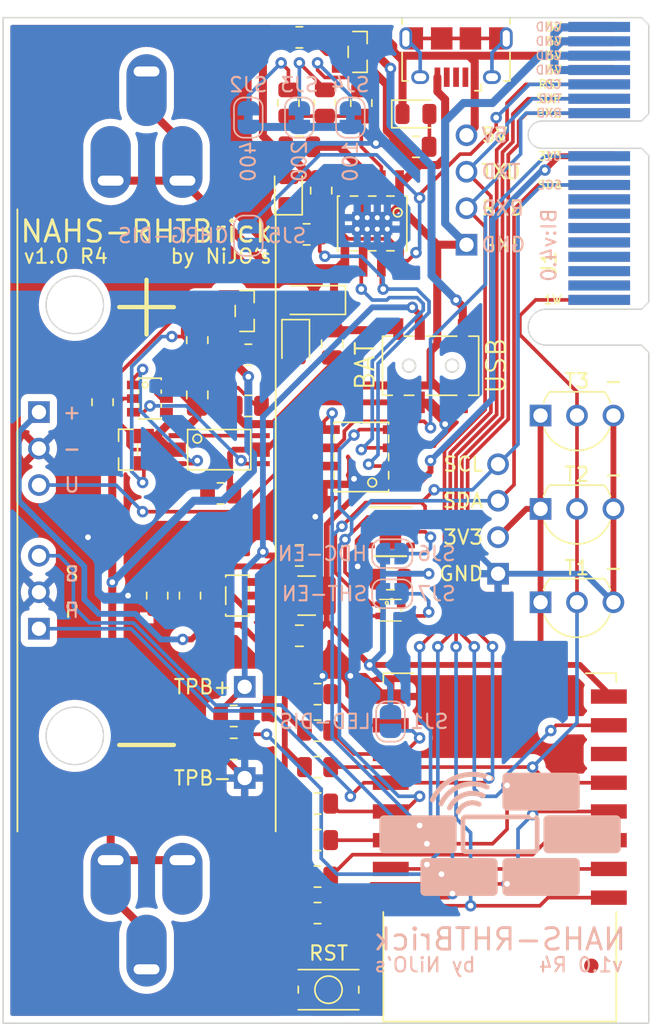
<source format=kicad_pcb>
(kicad_pcb (version 20211014) (generator pcbnew)
  (layers (0 "F.Cu" jumper) (31 "B.Cu" signal) (34 "B.Paste" user) (35 "F.Paste" user) (36 "B.SilkS" user "B.Silkscreen") (37 "F.SilkS" user "F.Silkscreen") (38 "B.Mask" user) (39 "F.Mask" user) (44 "Edge.Cuts" user))
  (net 0 "")
  (net 1 "BAT-")
  (net 2 "BAT+")
  (net 3 "GND")
  (net 4 "SEL+")
  (net 5 "IN-")
  (net 6 "RST")
  (net 8 "A0")
  (net 9 "EN")
  (net 10 "Net-(IC1-Pad4)")
  (net 11 "1WIRE")
  (net 12 "SETUP")
  (net 13 "+3V3")
  (net 14 "BOOT2")
  (net 15 "BOOT1")
  (net 16 "PROG")
  (net 17 "SDA")
  (net 18 "Net-(C5-Pad1)")
  (net 19 "SCL")
  (net 20 "RXD")
  (net 21 "/CHRG+")
  (net 22 "Net-(D1-Pad2)")
  (net 24 "CHRG")
  (net 25 "TXD")
  (net 28 "STDBY")
  (net 35 "UPDI")
  (net 40 "Net-(SJ6-Pad1)")
  (net 41 "CD")
  (net 42 "RAW+")
  (net 43 "D-")
  (net 44 "D+")
  (net 46 "unconnected-(J2-Pad6)")
  (net 47 "Net-(L1-Pad1)")
  (net 48 "Net-(LED1-Pad1)")
  (net 49 "Net-(LED2-Pad2)")
  (net 50 "Net-(LED3-Pad2)")
  (net 51 "Net-(Q1-Pad1)")
  (net 52 "Net-(Q1-Pad3)")
  (net 53 "Net-(Q1-Pad4)")
  (net 54 "PRT-")
  (net 55 "IN+")
  (net 56 "Net-(Q3-Pad1)")
  (net 57 "Net-(R11-Pad2)")
  (net 58 "Net-(R15-Pad1)")
  (net 59 "Net-(R15-Pad2)")
  (net 60 "Net-(R20-Pad2)")
  (net 61 "Net-(R22-Pad1)")
  (net 62 "Net-(R23-Pad1)")
  (net 64 "Net-(SJ7-Pad1)")
  (footprint "no_common:R_0805_2012Metric" (layer "F.Cu") (at 121.158 85.09)
    (fp_text reference "R14" hide)
    (fp_text value "1k" hide)
  )
  (footprint "no_common:KMR_231_G_LFS" (layer "F.Cu") (at 122.682 137.668 90)
    (property "Reference" "SW1")
    (property "Value" "KMR_231_G_LFS")
    (fp_text reference "SW1" hide)
    (fp_text value "KMR_231_G_LFS" hide)
  )
  (footprint "no_common:R_0805_2012Metric" (layer "F.Cu") (at 115.1655 103.124 180)
    (fp_text reference "R11" hide)
    (fp_text value "1k" hide)
  )
  (footprint "no_common:R_0805_2012Metric" (layer "F.Cu") (at 124.968 75.946 -90)
    (fp_text reference "R23" hide)
    (fp_text value "12k" hide)
  )
  (footprint "no_common:C_0805_2012Metric" (layer "F.Cu") (at 120.65 78.994)
    (property "Reference" "C1")
    (property "Value" "100nF")
    (fp_text reference "C6" hide)
    (fp_text value "10µF" hide)
  )
  (footprint "no_common:R_0805_2012Metric" (layer "F.Cu") (at 121.92 129.794)
    (fp_text reference "R3" hide)
    (fp_text value "10k" hide)
  )
  (footprint "no_common:R_0805_2012Metric" (layer "F.Cu") (at 113.538 92.456 90)
    (fp_text reference "R10" hide)
    (fp_text value "100" hide)
  )
  (footprint "no_common:R_0805_2012Metric" (layer "F.Cu") (at 128.778 78.994)
    (fp_text reference "R16" hide)
    (fp_text value "1k" hide)
  )
  (footprint "Fiducial:Fiducial_1mm_Mask2mm" (layer "F.Cu") (at 141 136)
    (fp_text reference "FID3" hide)
    (fp_text value "Fiducial" hide)
  )
  (footprint "no_common:R_0805_2012Metric" (layer "F.Cu") (at 121.92 117.094)
    (fp_text reference "R7" hide)
    (fp_text value "10k" hide)
  )
  (footprint "no_common:HA_18650_EK" (layer "F.Cu") (at 110 105)
    (property "Reference" "BT")
    (property "Value" "HA_18650_EK")
    (fp_text reference "BT1" hide)
    (fp_text value "HA_18650_EK" hide)
  )
  (footprint "no_pinhd:PINHD_1X01_2.54_1mm_Square" (layer "F.Cu") (at 116.84 116.586)
    (property "Reference" "JP3")
    (property "Value" "PINHD_1X01")
    (fp_text reference "JP3" hide)
    (fp_text value "PINHD_1X01" hide)
  )
  (footprint "Fiducial:Fiducial_1mm_Mask2mm" (layer "F.Cu") (at 104 74)
    (fp_text reference "FID1" hide)
    (fp_text value "Fiducial" hide)
  )
  (footprint "Diode_SMD:D_SOD-123F" (layer "F.Cu") (at 121.666 89.662 180)
    (fp_text reference "D1" hide)
    (fp_text value "1N4148WL" hide)
  )
  (footprint "no_common:R_0805_2012Metric" (layer "F.Cu") (at 121.92 119.634)
    (fp_text reference "R4" hide)
    (fp_text value "10k" hide)
  )
  (footprint "no_common:SOIC8_TP" (layer "F.Cu") (at 125.73 84.328 180)
    (fp_text reference "U4" hide)
    (fp_text value "TP4056" hide)
  )
  (footprint "no_common:SOT23" (layer "F.Cu") (at 124.714 72.39 -90)
    (fp_text reference "Q2" hide)
    (fp_text value "AP2301B" hide)
  )
  (footprint "no_common:LED_0805_2012Metric" (layer "F.Cu") (at 119.888 82.042 90)
    (fp_text reference "LED1" hide)
    (fp_text value "Green" hide)
  )
  (footprint "no_common:C_0805_2012Metric" (layer "F.Cu") (at 120.65 107.442)
    (property "Reference" "C1")
    (property "Value" "100nF")
    (fp_text reference "C2" hide)
    (fp_text value "10µF" hide)
  )
  (footprint "no_common:SHT4xA" (layer "F.Cu") (at 127 111.252)
    (fp_text reference "U5" hide)
    (fp_text value "SHT40A" hide)
  )
  (footprint "Fiducial:Fiducial_1mm_Mask2mm" (layer "F.Cu") (at 104 136)
    (fp_text reference "FID2" hide)
    (fp_text value "Fiducial" hide)
  )
  (footprint "no_common:LED_0805_2012Metric" (layer "F.Cu") (at 120.396 92.71 -90)
    (fp_text reference "LED2" hide)
    (fp_text value "Red" hide)
  )
  (footprint "no_common:SSSS820101" (layer "F.Cu") (at 129.794 94.234 90)
    (fp_text reference "SW2" hide)
    (fp_text value "SSSS820101" hide)
    (fp_circle (center 0 1.5) (end 0.45 1.5) (layer "Edge.Cuts") (width 0.12) (fill none))
    (fp_circle (center 0 -1.5) (end 0.45 -1.5) (layer "Edge.Cuts") (width 0.12) (fill none))
  )
  (footprint "no_common:C_0805_2012Metric" (layer "F.Cu") (at 120.65 113.03 180)
    (property "Reference" "C1")
    (property "Value" "100nF")
    (fp_text reference "C3" hide)
    (fp_text value "10µF" hide)
  )
  (footprint "no_pinhd:PINHD_1X03_2.54_1mm_DS18B20" (layer "F.Cu") (at 140 104.2)
    (property "Reference" "JP7")
    (property "Value" "PINHD_1X03")
    (fp_text reference "JP8" hide)
    (fp_text value "PINHD_1X03" hide)
  )
  (footprint "no_common:SOIC8" (layer "F.Cu") (at 124.968 100.584 90)
    (property "Reference" "IC?")
    (property "Value" "ATTINY212")
    (fp_text reference "IC2" hide)
    (fp_text value "ATTINY212" hide)
  )
  (footprint "no_common:R_0805_2012Metric" (layer "F.Cu") (at 116.078 118.618)
    (fp_text reference "R8" hide)
    (fp_text value "2.7M" hide)
  )
  (footprint "no_common:R_0805_2012Metric" (layer "F.Cu") (at 121.92 132.334)
    (fp_text reference "R2" hide)
    (fp_text value "1k" hide)
  )
  (footprint "no_pinhd:PINHD_1X03_2.54_1mm_Round" (layer "F.Cu") (at 102.5 110 90)
    (property "Reference" "JP1")
    (property "Value" "PINHD_1X03")
    (fp_text reference "JP1" hide)
    (fp_text value "PINHD_1X03" hide)
  )
  (footprint "no_common:SOT23-6" (layer "F.Cu") (at 110.236 96.52 -90)
    (fp_text reference "U3" hide)
    (fp_text value "DW01A" hide)
  )
  (footprint "no_common:SOT23-5" (layer "F.Cu") (at 116.332 110.236 90)
    (property "Reference" "U1")
    (property "Value" "ZD8028IB5TR")
    (fp_text reference "U1" hide)
    (fp_text value "ZD8028IB5TR" hide)
  )
  (footprint "no_common:L_1210_3225Metric" (layer "F.Cu") (at 121.158 110.236)
    (property "Reference" "L1")
    (property "Value" "2.2µH")
    (fp_text reference "L1" hide)
    (fp_text value "2.2µH" hide)
  )
  (footprint "no_common:R_0805_2012Metric" (layer "F.Cu") (at 117.094 97.028)
    (fp_text reference "R18" hide)
    (fp_text value "10k" hide)
  )
  (footprint "no_common:R_0805_2012Metric" (layer "F.Cu") (at 116.078 120.904 180)
    (fp_text reference "R9" hide)
    (fp_text value "590k" hide)
  )
  (footprint "Package_SON:Texas_PWSON-N6" (layer "F.Cu") (at 127 105.791)
    (fp_text reference "U2" hide)
    (fp_text value "HDC1080" hide)
  )
  (footprint "Connector_USB:USB_Micro-B_Amphenol_10118194_Horizontal" (layer "F.Cu") (at 131.572 72.75 180)
    (fp_text reference "J2" hide)
    (fp_text value "USB_B_Mini" hide)
  )
  (footprint "no_common:R_0805_2012Metric" (layer "F.Cu") (at 122.428 75.946 -90)
    (fp_text reference "R22" hide)
    (fp_text value "6,04k" hide)
  )
  (footprint "no_common:R_0805_2012Metric" (layer "F.Cu") (at 120.65 71.374)
    (fp_text reference "R12" hide)
    (fp_text value "0.4" hide)
  )
  (footprint "no_expressif:ESP12S" (layer "F.Cu") (at 134.62 127.762 180)
    (property "Reference" "IC1")
    (property "Value" "ESP12S")
    (fp_text reference "IC1" hide)
    (fp_text value "ESP12S" hide)
  )
  (footprint "no_pinhd:PINHD_1X04_2.54_1mm_Round" (layer "F.Cu") (at 132.3 82 90)
    (property "Reference" "JP2")
    (property "Value" "PINHD_1X04")
    (fp_text reference "JP2" hide)
    (fp_text value "PINHD_1X04" hide)
  )
  (footprint "no_common:R_0805_2012Metric" (layer "F.Cu") (at 121.92 124.714)
    (fp_text reference "R5" hide)
    (fp_text value "3.9k" hide)
  )
  (footprint "no_common:R_0805_2012Metric" (layer "F.Cu") (at 117.094 93.472 180)
    (fp_text reference "R17" hide)
    (fp_text value "1k" hide)
  )
  (footprint "no_common:R_0805_2012Metric" (layer "F.Cu") (at 121.92 122.174)
    (property "Reference" "R1")
    (property "Value" "3.9k")
    (fp_text reference "R1" hide)
    (fp_text value "3.9k" hide)
  )
  (footprint "no_pinhd:PINHD_1X04_2.54_1mm_Round" (layer "F.Cu") (at 134.5 104.902 90)
    (property "Reference" "JP1")
    (property "Value" "RHT-ALT")
    (fp_text reference "JP6" hide)
    (fp_text value "PINHD_1X04" hide)
  )
  (footprint "no_pinhd:PINHD_1X03_2.54_1mm_DS18B20" (layer "F.Cu") (at 140 97.7)
    (property "Reference" "JP6")
    (property "Value" "PINHD_1X03")
    (fp_text reference "JP7" hide)
    (fp_text value "PINHD_1X03" hide)
  )
  (footprint "no_pinhd:PINHD_1X01_2.54_1mm_Square" (layer "F.Cu") (at 116.84 122.936)
    (property "Reference" "JP4")
    (property "Value" "PINHD_1X01")
    (fp_text reference "JP4" hide)
    (fp_text value "PINHD_1X01" hide)
  )
  (footprint "no_common:R_0805_2012Metric" (layer "F.Cu") (at 119.888 75.946 -90)
    (fp_text reference "R15" hide)
    (fp_text value "3k" hide)
  )
  (footprint "no_common:C_0805_2012Metric" (layer "F.Cu") (at 127 109.093 180)
    (property "Reference" "C1")
    (property "Value" "100nF")
    (fp_text reference "C1" hide)
    (fp_text value "100nF" hide)
  )
  (footprint "no_common:R_0805_2012Metric" (layer "F.Cu") (at 121.92 127.254)
    (fp_text reference "R6" hide)
    (fp_text value "3.9k" hide)
  )
  (footprint "no_common:R_0805_2012Metric" (layer "F.Cu") (at 122.174 82.042 -90)
    (fp_text reference "R13" hide)
    (fp_text value "10k" hide)
  )
  (footprint "no_common:R_0805_2012Metric" (layer "F.Cu") (at 106.934 96.774 90)
    (fp_text reference "R19" hide)
    (fp_text value "10k" hide)
  )
  (footprint "no_common:SOT23" (layer "F.Cu") (at 108.712 100.076 90)
    (fp_text reference "Q3" hide)
    (fp_text value "CJ2302" hide)
  )
  (footprint "no_pinhd:PINHD_1X03_2.54_1mm_DS18B20" (layer "F.Cu") (at 140 110.7)
    (property "Reference" "JP8")
    (property "Value" "PINHD_1X03")
    (fp_text reference "JP9" hide)
    (fp_text value "PINHD_1X03" hide)
  )
  (footprint "no_pinhd:PINHD_1X03_2.54_1mm_Round" (layer "F.Cu") (at 102.5 100 -90)
    (property "Reference" "JP5")
    (property "Value" "PINHD_1X03")
    (fp_text reference "JP5" hide)
    (fp_text value "PINHD_1X03" hide)
  )
  (footprint "no_brick_interface:Brick_Interface_V4_inset" (layer "F.Cu") (at 141.55 89.65 90)
    (property "Reference" "J")
    (property "Value" "Brick-Interface-V4")
    (fp_text reference "J1")
    (fp_text value "Brick-Interface-V4")
    (fp_line (start 12.45 2.95) (end 12.95 3.45) (layer "Edge.Cuts") (width 0.1))
    (fp_line (start -0.65 2.95) (end -0.15 3.45) (layer "Edge.Cuts") (width 0.1))
    (fp_line (start 12.95 3.45) (end 19.15 3.45) (layer "Edge.Cuts") (width 0.1))
    (fp_line (start -0.65 -3.7) (end -0.65 2.95) (layer "Edge.Cuts") (width 0.1))
    (fp_line (start 10.55 2.95) (end 10.05 3.45) (layer "Edge.Cuts") (width 0.1))
    (fp_line (start -3.15 -3.7) (end -3.15 2.95) (layer "Edge.Cuts") (width 0.1))
    (fp_line (start -0.15 3.45) (end 10.05 3.45) (layer "Edge.Cuts") (width 0.1))
    (fp_line (start 19.65 2.95) (end 19.15 3.45) (layer "Edge.Cuts") (width 0.1))
    (fp_line (start 12.45 -4) (end 12.45 2.95) (layer "Edge.Cuts") (width 0.1))
    (fp_line (start -3.15 2.95) (end -3.65 3.45) (layer "Edge.Cuts") (width 0.1))
    (fp_line (start 10.55 -4) (end 10.55 2.95) (layer "Edge.Cuts") (width 0.1))
    (fp_line (start 19.65 -4.95) (end 19.65 2.95) (layer "Edge.Cuts") (width 0.1))
    (fp_arc (start -3.15 -3.7) (mid -1.9 -4.95) (end -0.65 -3.7) (layer "Edge.Cuts") (width 0.1))
    (fp_arc (start 10.55 -4) (mid 11.5 -4.95) (end 12.45 -4) (layer "Edge.Cuts") (width 0.1))
  )
  (footprint "no_common:C_0805_2012Metric" (layer "F.Cu") (at 122.936 92.71 -90)
    (property "Reference" "C1")
    (property "Value" "100nF")
    (fp_text reference "C4" hide)
    (fp_text value "10µF" hide)
  )
  (footprint "no_common:LED_0805_2012Metric" (layer "F.Cu") (at 128.778 76.708)
    (fp_text reference "LED3" hide)
    (fp_text value "Red" hide)
  )
  (footprint "no_common:R_0805_2012Metric" (layer "F.Cu") (at 113.03 110.236 -90)
    (fp_text reference "R21" hide)
    (fp_text value "590k" hide)
  )
  (footprint "no_common:C_0805_2012Metric" (layer "F.Cu") (at 113.538 96.266 -90)
    (property "Reference" "C1")
    (property "Value" "100nF")
    (fp_text reference "C5" hide)
    (fp_text value "100nF" hide)
  )
  (footprint "no_common:TSSOP8_MS" (layer "F.Cu") (at 115.062 100.076)
    (fp_text reference "Q1" hide)
    (fp_text value "8205A" hide)
  )
  (footprint "no_common:SOT23" (layer "F.Cu") (at 116.84 90.424 -90)
    (fp_text reference "Q4" hide)
    (fp_text value "MMBT2907A" hide)
  )
  (footprint "no_common:R_0805_2012Metric" (layer "F.Cu") (at 110.744 110.236 90)
    (fp_text reference "R20" hide)
    (fp_text value "130k" hide)
  )
  (footprint "Jumper:SolderJumper-2_P1.3mm_Bridged_RoundedPad1.0x1.5mm" (layer "B.Cu") (at 117.094 76.962 90)
    (property "Reference" "SJ1")
    (property "Value" "RHT-ALT")
    (fp_text reference "SJ2")
    (fp_text value "400" hide)
  )
  (footprint "Jumper:SolderJumper-2_P1.3mm_Open_RoundedPad1.0x1.5mm" (layer "B.Cu") (at 117.094 85.1812 90)
    (property "Reference" "SJ1")
    (property "Value" "LED-DIS")
    (fp_text reference "SJ5")
    (fp_text value "CHRG-DIS")
  )
  (footprint "no_brick_logo:x17mm" (layer "B.Cu") (at 134.62 126.746 180)
    (fp_text reference "LOGO" hide)
    (fp_text value "x17mm" hide)
  )
  (footprint "Jumper:SolderJumper-2_P1.3mm_Bridged_RoundedPad1.0x1.5mm" (layer "B.Cu") (at 127.127 110.109 180)
    (property "Reference" "SJ1")
    (property "Value" "RHT-ALT")
    (fp_text reference "SJ7")
    (fp_text value "SHT-EN")
  )
  (footprint "Jumper:SolderJumper-2_P1.3mm_Bridged_RoundedPad1.0x1.5mm" (layer "B.Cu") (at 127.127 107.315 180)
    (property "Reference" "SJ1")
    (property "Value" "RHT-ALT")
    (fp_text reference "SJ6")
    (fp_text value "HDC-EN")
  )
  (footprint "Jumper:SolderJumper-2_P1.3mm_Bridged_RoundedPad1.0x1.5mm" (layer "B.Cu") (at 120.65 76.962 90)
    (property "Reference" "SJ1")
    (property "Value" "RHT-ALT")
    (fp_text reference "SJ3")
    (fp_text value "200" hide)
  )
  (footprint "Jumper:SolderJumper-2_P1.3mm_Open_RoundedPad1.0x1.5mm" (layer "B.Cu") (at 127 119 -90)
    (property "Reference" "SJ1")
    (property "Value" "LED-DIS")
    (fp_text reference "SJ1")
    (fp_text value "LED-DIS")
  )
  (footprint "Jumper:SolderJumper-2_P1.3mm_Bridged_RoundedPad1.0x1.5mm" (layer "B.Cu") (at 124.206 76.962 90)
    (property "Reference" "SJ1")
    (property "Value" "RHT-ALT")
    (fp_text reference "SJ4")
    (fp_text value "100" hide)
  )
  (gr_circle (center 105 120) (end 107 120) (layer "Edge.Cuts") (width 0.1) (fill none))
  (gr_line (start 100 140) (end 100 70) (layer "Edge.Cuts") (width 0.1))
  (gr_line (start 100 140) (end 145 140) (layer "Edge.Cuts") (width 0.1))
  (gr_line (start 145 93.3) (end 145 140) (layer "Edge.Cuts") (width 0.1))
  (gr_line (start 136.6 70) (end 100 70) (layer "Edge.Cuts") (width 0.1))
  (gr_circle (center 105 90) (end 107 90) (layer "Edge.Cuts") (width 0.1) (fill none))
  (gr_text "S" (at 104.8 108.73) (layer "B.SilkS") (effects (font (size 1 1)) (justify mirror)))
  (gr_text "200" (at 120.65 80.01 90) (layer "B.SilkS") (effects (font (size 1 1)) (justify mirror)))
  (gr_text "RXD" (at 133.2484 83.27) (layer "B.SilkS") (effects (font (size 1 1)) (justify right mirror)))
  (gr_text "P" (at 104.8 111.27) (layer "B.SilkS") (effects (font (size 1 1)) (justify mirror)))
  (gr_text "v1.0 R4" (at 143.3068 135.9408) (layer "B.SilkS") (effects (font (size 1 1)) (justify left mirror)))
  (gr_text "100" (at 124.206 80.01 90) (layer "B.SilkS") (effects (font (size 1 1)) (justify mirror)))
  (gr_text "TXD" (at 133.2484 80.73) (layer "B.SilkS") (effects (font (size 1 1)) (justify right mirror)))
  (gr_text "-" (at 104.8 100) (layer "B.SilkS") (effects (font (size 1 1)) (justify mirror)))
  (gr_text "GND" (at 133.2484 85.81) (layer "B.SilkS") (effects (font (size 1 1)) (justify right mirror)))
  (gr_text "+" (at 104.8 97.46) (layer "B.SilkS") (effects (font (size 1 1)) (justify mirror)))
  (gr_text "NAHS-RHTBrick" (at 134.62 134.1628) (layer "B.SilkS") (effects (font (size 1.5 1.5) (thickness 0.2)) (justify mirror)))
  (gr_text "U" (at 104.8 102.54) (layer "B.SilkS") (effects (font (size 1 1)) (justify mirror)))
  (gr_text "400" (at 117.094 80.01 90) (layer "B.SilkS") (effects (font (size 1 1)) (justify mirror)))
  (gr_text "5V" (at 133.2484 78.19) (layer "B.SilkS") (effects (font (size 1 1)) (justify right mirror)))
  (gr_text "by NiJO's" (at 125.7808 135.9408) (layer "B.SilkS") (effects (font (size 1 1)) (justify right mirror)))
  (gr_text "TPB-" (at 116 122.936) (layer "F.SilkS") (effects (font (size 1 1)) (justify right)))
  (gr_text "S" (at 104.8 108.73) (layer "F.SilkS") (effects (font (size 1 1))))
  (gr_text "3V3" (at 133.5532 106.172) (layer "F.SilkS") (effects (font (size 1 1)) (justify right)))
  (gr_text "1W" (at 139.01 89.65) (layer "F.SilkS") (effects (font (size 0.6 0.6) (thickness 0.1)) (justify right)))
  (gr_text "v1.0 R4" (at 101.346 86.614) (layer "F.SilkS") (effects (font (size 1 1)) (justify left)))
  (gr_text "NAHS-RHTBrick" (at 110 84.8868) (layer "F.SilkS") (effects (font (size 1.5 1.5) (thickness 0.2))))
  (gr_text "+" (at 104.8 97.46) (layer "F.SilkS") (effects (font (size 1 1))))
  (gr_text "SCL" (at 133.5532 101.092) (layer "F.SilkS") (effects (font (size 1 1)) (justify right)))
  (gr_text "GND" (at 133.5532 108.712) (layer "F.SilkS") (effects (font (size 1 1)) (justify right)))
  (gr_text "GND" (at 133.2484 85.81) (layer "F.SilkS") (effects (font (size 1 1)) (justify left)))
  (gr_text "RXD" (at 133.2484 83.27) (layer "F.SilkS") (effects (font (size 1 1)) (justify left)))
  (gr_text "by NiJO's" (at 118.8212 86.614) (layer "F.SilkS") (effects (font (size 1 1)) (justify right)))
  (gr_text "BAT" (at 125.222 94.234 90) (layer "F.SilkS") (effects (font (size 1.3 1.3))))
  (gr_text "-" (at 104.8 100) (layer "F.SilkS") (effects (font (size 1 1))))
  (gr_text "U" (at 104.8 102.54) (layer "F.SilkS") (effects (font (size 1 1))))
  (gr_text "P" (at 104.8 111.27) (layer "F.SilkS") (effects (font (size 1 1))))
  (gr_text "5V" (at 133.2484 78.19) (layer "F.SilkS") (effects (font (size 1 1)) (justify left)))
  (gr_text "USB" (at 134.366 94.234 90) (layer "F.SilkS") (effects (font (size 1.3 1.3))))
  (gr_text "TXD" (at 133.2484 80.73) (layer "F.SilkS") (effects (font (size 1 1)) (justify left)))
  (gr_text "RST" (at 122.682 135.128) (layer "F.SilkS") (effects (font (size 1 1))))
  (gr_text "TPB+" (at 116 116.586) (layer "F.SilkS") (effects (font (size 1 1)) (justify right)))
  (gr_text "SDA" (at 133.5532 103.632) (layer "F.SilkS") (effects (font (size 1 1)) (justify right)))
  (segment (start 107.612 109.304) (end 107.612 100.076) (width 0.5588) (layer "F.Cu") (net 1))
  (segment (start 106.934 99.398) (end 107.612 100.076) (width 0.5588) (layer "F.Cu") (net 1))
  (segment (start 106.934 97.6865) (end 106.934 99.398) (width 0.5588) (layer "F.Cu") (net 1))
  (segment (start 107.5 128.65) (end 112.5 128.65) (width 0.5588) (layer "F.Cu") (net 1))
  (segment (start 108.204 122.682) (end 108.204 117.348) (width 0.5588) (layer "F.Cu") (net 1))
  (segment (start 107.612 116.756) (end 107.612 109.304) (width 0.5588) (layer "F.Cu") (net 1))
  (segment (start 107.5 128.65) (end 107.5 123.386) (width 0.5588) (layer "F.Cu") (net 1))
  (segment (start 107.5 131.122) (end 110 133.622) (width 0.5588) (layer "F.Cu") (net 1))
  (segment (start 116.1815 94.0835) (end 117.094 94.996) (width 0.5588) (layer "F.Cu") (net 1))
  (segment (start 107.5 128.65) (end 107.5 131.122) (width 0.5588) (layer "F.Cu") (net 1))
  (segment (start 108.204 117.348) (end 107.612 116.756) (width 0.5588) (layer "F.Cu") (net 1))
  (segment (start 116.1815 93.472) (end 116.1815 94.0835) (width 0.5588) (layer "F.Cu") (net 1))
  (segment (start 110 133.622) (end 110 136.25) (width 0.5588) (layer "F.Cu") (net 1))
  (segment (start 107.5 123.386) (end 108.204 122.682) (width 0.5588) (layer "F.Cu") (net 1))
  (via (at 107.612 109.304) (size 0.8) (drill 0.4) (layers "F.Cu" "B.Cu") (net 1))
  (via (at 117.094 94.996) (size 0.8) (drill 0.4) (layers "F.Cu" "B.Cu") (net 1))
  (segment (start 115.316 103.632) (end 113.284 103.632) (width 0.5588) (layer "B.Cu") (net 1))
  (segment (start 117.094 94.996) (end 117.094 100.076) (width 0.5588) (layer "B.Cu") (net 1))
  (segment (start 113.284 103.632) (end 107.612 109.304) (width 0.5588) (layer "B.Cu") (net 1))
  (segment (start 117.414911 101.533089) (end 115.316 103.632) (width 0.5588) (layer "B.Cu") (net 1))
  (segment (start 117.414911 100.396911) (end 117.414911 101.533089) (width 0.5588) (layer "B.Cu") (net 1))
  (segment (start 117.094 100.076) (end 117.414911 100.396911) (width 0.5588) (layer "B.Cu") (net 1))
  (segment (start 122.936 91.76) (end 127.468 91.76) (width 0.5588) (layer "F.Cu") (net 2))
  (segment (start 112.5 81.35) (end 118.592911 87.442911) (width 0.5588) (layer "F.Cu") (net 2))
  (segment (start 123.066 87.687) (end 123.310089 87.442911) (width 0.5588) (layer "F.Cu") (net 2))
  (segment (start 122.936 89.792) (end 123.066 89.662) (width 0.5588) (layer "F.Cu") (net 2))
  (segment (start 120.396 91.7725) (end 116.1385 91.7725) (width 0.5588) (layer "F.Cu") (net 2))
  (segment (start 116.1385 91.7725) (end 115.74 91.374) (width 0.5588) (layer "F.Cu") (net 2))
  (segment (start 113.7075 91.374) (end 113.538 91.5435) (width 0.5588) (layer "F.Cu") (net 2))
  (segment (start 122.936 91.76) (end 122.936 89.792) (width 0.5588) (layer "F.Cu") (net 2))
  (segment (start 112.5 78.718) (end 110 76.218) (width 0.5588) (layer "F.Cu") (net 2))
  (segment (start 115.74 91.374) (end 113.7075 91.374) (width 0.5588) (layer "F.Cu") (net 2))
  (segment (start 127.468 91.76) (end 127.544 91.684) (width 0.5588) (layer "F.Cu") (net 2))
  (segment (start 110 76.218) (end 110 73.75) (width 0.5588) (layer "F.Cu") (net 2))
  (segment (start 120.396 91.7725) (end 122.9235 91.7725) (width 0.5588) (layer "F.Cu") (net 2))
  (segment (start 112.5 81.35) (end 112.5 78.718) (width 0.5588) (layer "F.Cu") (net 2))
  (segment (start 107.5 81.35) (end 112.5 81.35) (width 0.5588) (layer "F.Cu") (net 2))
  (segment (start 118.592911 87.442911) (end 123.310089 87.442911) (width 0.5588) (layer "F.Cu") (net 2))
  (segment (start 123.310089 87.442911) (end 123.825 86.928) (width 0.5588) (layer "F.Cu") (net 2))
  (segment (start 122.9235 91.7725) (end 122.936 91.76) (width 0.5588) (layer "F.Cu") (net 2))
  (segment (start 123.066 89.662) (end 123.066 87.687) (width 0.5588) (layer "F.Cu") (net 2))
  (segment (start 121.76 104.742) (end 120.33 106.172) (width 0.4064) (layer "F.Cu") (net 3))
  (segment (start 109.69128 108.811346) (end 110.044626 108.458) (width 0.4064) (layer "F.Cu") (net 3))
  (segment (start 129.044 96.784) (end 129.296 96.784) (width 0.4064) (layer "F.Cu") (net 3))
  (segment (start 124.714 106.4206) (end 125.3436 105.791) (width 0.4064) (layer "F.Cu") (net 3))
  (segment (start 103.886 105.156) (end 103.886 108.614) (width 0.4064) (layer "F.Cu") (net 3))
  (segment (start 109.69128 108.811346) (end 109.69128 109.25672) (width 0.4064) (layer "F.Cu") (net 3))
  (segment (start 118.78028 112.11028) (end 118.78028 110.90628) (width 0.4064) (layer "F.Cu") (net 3))
  (segment (start 119.7 113.03) (end 120.904 111.826) (width 0.4064) (layer "F.Cu") (net 3))
  (segment (start 118.11 110.236) (end 117.632 110.236) (width 0.4064) (layer "F.Cu") (net 3))
  (segment (start 127.75 110.852) (end 127.75 110.698632) (width 0.4064) (layer "F.Cu") (net 3))
  (segment (start 109.69128 109.25672) (end 108.712 110.236) (width 0.4064) (layer "F.Cu") (net 3))
  (segment (start 116.84 122.936) (end 115.1655 121.2615) (width 0.4064) (layer "F.Cu") (net 3))
  (segment (start 110.044626 108.458) (end 115.062 108.458) (width 0.4064) (layer "F.Cu") (net 3))
  (segment (start 109.69128 110.70728) (end 109.69128 108.811346) (width 0.4064) (layer "F.Cu") (net 3))
  (segment (start 124.714 108.204) (end 124.714 106.4206) (width 0.4064) (layer "F.Cu") (net 3))
  (segment (start 102.5 100) (end 103.886 101.386) (width 0.4064) (layer "F.Cu") (net 3))
  (segment (start 126.05 109.093) (end 125.603 109.093) (width 0.4064) (layer "F.Cu") (net 3))
  (segment (start 108.712 110.236) (end 108.712 114.4505) (width 0.4064) (layer "F.Cu") (net 3))
  (segment (start 142.54 104.2) (end 142.54 110.7) (width 0.4064) (layer "F.Cu") (net 3))
  (segment (start 124.079 102.489) (end 124.46 102.108) (width 0.4064) (layer "F.Cu") (net 3))
  (segment (start 126.66 117.262) (end 125.222 115.824) (width 0.4064) (layer "F.Cu") (net 3))
  (segment (start 124.982 138.468) (end 120.382 138.468) (width 0.4064) (layer "F.Cu") (net 3))
  (segment (start 125.222 115.824) (end 122.2775 115.824) (width 0.4064) (layer "F.Cu") (net 3))
  (segment (start 118.78028 110.90628) (end 118.11 110.236) (width 0.4064) (layer "F.Cu") (net 3))
  (segment (start 108.712 114.4505) (end 115.1655 120.904) (width 0.4064) (layer "F.Cu") (net 3))
  (segment (start 127.75 110.698632) (end 127.160368 110.109) (width 0.4064) (layer "F.Cu") (net 3))
  (segment (start 103.886 101.386) (end 103.886 105.156) (width 0.4064) (layer "F.Cu") (net 3))
  (segment (start 110.1325 111.1485) (end 109.69128 110.70728) (width 0.4064) (layer "F.Cu") (net 3))
  (segment (start 122.368 102.489) (end 122.368 104.134) (width 0.4064) (layer "F.Cu") (net 3))
  (segment (start 115.1655 121.2615) (end 115.1655 120.904) (width 0.254) (layer "F.Cu") (net 3))
  (segment (start 120.382 138.468) (end 119.418 138.468) (width 0.4064) (layer "F.Cu") (net 3))
  (segment (start 142.54 97.7) (end 142.54 104.2) (width 0.4064) (layer "F.Cu") (net 3))
  (segment (start 120.904 108.138) (end 121.6 107.442) (width 0.4064) (layer "F.Cu") (net 3))
  (segment (start 110.744 111.1485) (end 110.1325 111.1485) (width 0.4064) (layer "F.Cu") (net 3))
  (segment (start 120.904 111.826) (end 120.904 108.138) (width 0.4064) (layer "F.Cu") (net 3))
  (segment (start 122.2775 115.824) (end 121.0075 117.094) (width 0.4064) (layer "F.Cu") (net 3))
  (segment (start 125.603 109.093) (end 124.714 108.204) (width 0.4064) (layer "F.Cu") (net 3))
  (segment (start 120.33 106.172) (end 121.6 107.442) (width 0.4064) (layer "F.Cu") (net 3))
  (segment (start 125.3436 105.791) (end 125.6 105.791) (width 0.4064) (layer "F.Cu") (net 3))
  (segment (start 126.05 109.159) (end 126.05 109.093) (width 0.4064) (layer "F.Cu") (net 3))
  (segment (start 116.84 135.89) (end 116.84 122.936) (width 0.4064) (layer "F.Cu") (net 3))
  (segment (start 119.7 113.03) (end 118.78028 112.11028) (width 0.4064) (layer "F.Cu") (net 3))
  (segment (start 122.368 104.134) (end 121.76 104.742) (width 0.4064) (layer "F.Cu") (net 3))
  (segment (start 119.418 138.468) (end 116.84 135.89) (width 0.4064) (layer "F.Cu") (net 3))
  (segment (start 122.368 102.489) (end 124.079 102.489) (width 0.4064) (layer "F.Cu") (net 3))
  (segment (start 104.902 105.156) (end 103.886 105.156) (width 0.4064) (layer "F.Cu") (net 3))
  (segment (start 105.918 106.172) (end 104.902 105.156) (width 0.4064) (layer "F.Cu") (net 3))
  (segment (start 103.886 108.614) (end 102.5 110) (width 0.4064) (layer "F.Cu") (net 3))
  (segment (start 115.062 108.458) (end 117.348 106.172) (width 0.4064) (layer "F.Cu") (net 3))
  (segment (start 127.160368 110.109) (end 127 110.109) (width 0.4064) (layer "F.Cu") (net 3))
  (segment (start 127 110.109) (end 126.05 109.159) (width 0.4064) (layer "F.Cu") (net 3))
  (segment (start 127.02 117.262) (end 126.66 117.262) (width 0.4064) (layer "F.Cu") (net 3))
  (segment (start 117.348 106.172) (end 120.33 106.172) (width 0.4064) (layer "F.Cu") (net 3))
  (segment (start 129.296 96.784) (end 130.81 98.298) (width 0.4064) (layer "F.Cu") (net 3))
  (via (at 105.918 106.172) (size 0.8) (drill 0.4) (layers "F.Cu" "B.Cu") (net 3))
  (via (at 130.81 98.298) (size 0.8) (drill 0.4) (layers "F.Cu" "B.Cu") (net 3))
  (via (at 124.206 115.824) (size 0.8) (drill 0.4) (layers "F.Cu" "B.Cu") (net 3))
  (via (at 108.712 110.236) (size 0.8) (drill 0.4) (layers "F.Cu" "B.Cu") (net 3))
  (via (at 122.2595 115.824) (size 0.8) (drill 0.4) (layers "F.Cu" "B.Cu") (net 3))
  (via (at 124.714 108.204) (size 0.8) (drill 0.4) (layers "F.Cu" "B.Cu") (net 3))
  (via (at 121.76 104.742) (size 0.8) (drill 0.4) (layers "F.Cu" "B.Cu") (net 3))
  (via (at 124.46 102.108) (size 0.8) (drill 0.4) (layers "F.Cu" "B.Cu") (net 3))
  (segment (start 124.714 108.204) (end 124.714 115.316) (width 0.4064) (layer "B.Cu") (net 3))
  (segment (start 129.032 99.822) (end 127.254 101.6) (width 0.4064) (layer "B.Cu") (net 3))
  (segment (start 106.68 106.934) (end 105.918 106.172) (width 0.4064) (layer "B.Cu") (net 3))
  (segment (start 126.746 102.108) (end 124.46 102.108) (width 0.4064) (layer "B.Cu") (net 3))
  (segment (start 106.68 107.442) (end 106.68 106.934) (width 0.4064) (layer "B.Cu") (net 3))
  (segment (start 129.794 99.822) (end 129.032 99.822) (width 0.4064) (layer "B.Cu") (net 3))
  (segment (start 127.254 101.6) (end 126.746 102.108) (width 0.4064) (layer "B.Cu") (net 3))
  (segment (start 142.54 110.7) (end 140.552 108.712) (width 0.4064) (layer "B.Cu") (net 3))
  (segment (start 106.934 110.236) (end 106.68 109.982) (width 0.4064) (layer "B.Cu") (net 3))
  (segment (start 124.714 115.316) (end 124.206 115.824) (width 0.4064) (layer "B.Cu") (net 3))
  (segment (start 130.81 98.298) (end 130.81 98.806) (width 0.4064) (layer "B.Cu") (net 3))
  (segment (start 124.714 106.807) (end 126.111 105.41) (width 0.4064) (layer "B.Cu") (net 3))
  (segment (start 126.111 105.41) (end 131.198 105.41) (width 0.4064) (layer "B.Cu") (net 3))
  (segment (start 108.712 110.236) (end 107.188 110.236) (width 0.4064) (layer "B.Cu") (net 3))
  (segment (start 140.552 108.712) (end 134.5 108.712) (width 0.4064) (layer "B.Cu") (net 3))
  (segment (start 107.188 110.236) (end 106.934 110.236) (width 0.4064) (layer "B.Cu") (net 3))
  (segment (start 124.714 108.204) (end 124.714 106.807) (width 0.4064) (layer "B.Cu") (net 3))
  (segment (start 121.76 115.3245) (end 122.2595 115.824) (width 0.4064) (layer "B.Cu") (net 3))
  (segment (start 106.68 109.982) (end 106.68 107.442) (width 0.4064) (layer "B.Cu") (net 3))
  (segment (start 130.048 99.568) (end 129.794 99.822) (width 0.4064) (layer "B.Cu") (net 3))
  (segment (start 130.81 98.806) (end 130.048 99.568) (width 0.4064) (layer "B.Cu") (net 3))
  (segment (start 131.198 105.41) (end 134.5 108.712) (width 0.4064) (layer "B.Cu") (net 3))
  (segment (start 121.76 104.742) (end 121.76 115.3245) (width 0.4064) (layer "B.Cu") (net 3))
  (segment (start 119.126 107.442) (end 118.364 107.442) (width 0.4064) (layer "F.Cu") (net 4))
  (segment (start 118.364 108.204) (end 116.114 108.204) (width 0.4064) (layer "F.Cu") (net 4))
  (segment (start 115.1655 118.2605) (end 115.1655 118.618) (width 0.254) (layer "F.Cu") (net 4))
  (segment (start 116.932 111.186) (end 115.032 109.286) (width 0.4064) (layer "F.Cu") (net 4))
  (segment (start 116.84 116.586) (end 115.1655 118.2605) (width 0.4064) (layer "F.Cu") (net 4))
  (segment (start 119.7 107.442) (end 119.126 107.442) (width 0.4064) (layer "F.Cu") (net 4))
  (segment (start 129.044 90.69) (end 129.044 91.684) (width 0.4064) (layer "F.Cu") (net 4))
  (segment (start 116.114 108.204) (end 115.032 109.286) (width 0.4064) (layer "F.Cu") (net 4))
  (segment (start 119.126 107.442) (end 118.364 108.204) (width 0.4064) (layer "F.Cu") (net 4))
  (segment (start 117.632 111.186) (end 116.932 111.186) (width 0.4064) (layer "F.Cu") (net 4))
  (segment (start 118.364 107.442) (end 118.11 107.188) (width 0.254) (layer "F.Cu") (net 4))
  (segment (start 128.524 90.17) (end 129.044 90.69) (width 0.4064) (layer "F.Cu") (net 4))
  (via (at 128.524 90.17) (size 0.8) (drill 0.4) (layers "F.Cu" "B.Cu") (net 4))
  (via (at 118.11 107.188) (size 0.8) (drill 0.4) (layers "F.Cu" "B.Cu") (net 4))
  (segment (start 116.84 116.586) (end 116.84 108.458) (width 0.4064) (layer "B.Cu") (net 4))
  (segment (start 125.73 90.17) (end 128.524 90.17) (width 0.4064) (layer "B.Cu") (net 4))
  (segment (start 118.11 97.79) (end 120.142 95.758) (width 0.4064) (layer "B.Cu") (net 4))
  (segment (start 120.142 95.758) (end 125.73 90.17) (width 0.4064) (layer "B.Cu") (net 4))
  (segment (start 116.84 108.458) (end 118.11 107.188) (width 0.4064) (layer "B.Cu") (net 4))
  (segment (start 118.11 103.124) (end 118.11 97.79) (width 0.4064) (layer "B.Cu") (net 4))
  (segment (start 118.11 107.188) (end 118.11 103.124) (width 0.4064) (layer "B.Cu") (net 4))
  (segment (start 124.68 84.728) (end 125.38 84.728) (width 0.5588) (layer "F.Cu") (net 5))
  (segment (start 130.272 75.154) (end 130.81 75.692) (width 0.5588) (layer "F.Cu") (net 5))
  (segment (start 111.628 100.076) (end 110.678 99.126) (width 0.5588) (layer "F.Cu") (net 5))
  (segment (start 125.984 78.74) (end 127.6115 78.74) (width 0.5588) (layer "F.Cu") (net 5))
  (segment (start 116.1815 97.6395) (end 116.84 98.298) (width 0.5588) (layer "F.Cu") (net 5))
  (segment (start 116.1815 97.028) (end 116.1815 97.6395) (width 0.5588) (layer "F.Cu") (net 5))
  (segment (start 112.137 100.076) (end 111.628 100.076) (width 0.5588) (layer "F.Cu") (net 5))
  (segment (start 123.614 73.34) (end 125.41 73.34) (width 0.5588) (layer "F.Cu") (net 5))
  (segment (start 127.6115 78.74) (end 127.8655 78.994) (width 0.5588) (layer "F.Cu") (net 5))
  (segment (start 126.746 74.676) (end 126.746 77.8745) (width 0.5588) (layer "F.Cu") (net 5))
  (segment (start 126.78 84.728) (end 126.78 83.928) (width 0.5588) (layer "F.Cu") (net 5))
  (segment (start 122.936 94.234) (end 122.936 93.66) (width 0.5588) (layer "F.Cu") (net 5))
  (segment (start 130.81 75.692) (end 130.81 79.756) (width 0.5588) (layer "F.Cu") (net 5))
  (segment (start 126.08 84.728) (end 126.78 84.728) (width 0.5588) (layer "F.Cu") (net 5))
  (segment (start 116.84 98.298) (end 118.872 98.298) (width 0.5588) (layer "F.Cu") (net 5))
  (segment (start 126.78 83.928) (end 126.08 83.928) (width 0.5588) (layer "F.Cu") (net 5))
  (segment (start 131.328 96.784) (end 130.302 95.758) (width 0.5588) (layer "F.Cu") (net 5))
  (segment (start 127.635 81.728) (end 127.635 81.661) (width 0.5588) (layer "F.Cu") (net 5))
  (segment (start 110.678 99.126) (end 111.506 98.298) (width 0.5588) (layer "F.Cu") (net 5))
  (segment (start 127.635 83.073) (end 126.78 83.928) (width 0.5588) (layer "F.Cu") (net 5))
  (segment (start 129.794 93.218) (end 129.794 95.25) (width 0.5588) (layer "F.Cu") (net 5))
  (segment (start 126.08 83.928) (end 125.38 83.928) (width 0.5588) (layer "F.Cu") (net 5))
  (segment (start 127.8655 79.0975) (end 127.8655 78.994) (width 0.5588) (layer "F.Cu") (net 5))
  (segment (start 129.032 80.264) (end 127.8655 79.0975) (width 0.5588) (layer "F.Cu") (net 5))
  (segment (start 132.3 85.81) (end 130.26 85.81) (width 0.5588) (layer "F.Cu") (net 5))
  (segment (start 130.26 92.752) (end 129.794 93.218) (width 0.5588) (layer "F.Cu") (net 5))
  (segment (start 125.41 73.34) (end 126.746 74.676) (width 0.5588) (layer "F.Cu") (net 5))
  (segment (start 113.538 97.216) (end 111.892 95.57) (width 0.5588) (layer "F.Cu") (net 5))
  (segment (start 113.03 98.298) (end 113.538 97.79) (width 0.5588) (layer "F.Cu") (net 5))
  (segment (start 125.38 84.728) (end 126.08 84.728) (width 0.5588) (layer "F.Cu") (net 5))
  (segment (start 127.635 81.661) (end 129.032 80.264) (width 0.5588) (layer "F.Cu") (net 5))
  (segment (start 118.872 98.298) (end 122.936 94.234) (width 0.5588) (layer "F.Cu") (net 5))
  (segment (start 130.26 85.81) (end 128.778 84.328) (width 0.5588) (layer "F.Cu") (net 5))
  (segment (start 126.746 77.8745) (end 127.8655 78.994) (width 0.5588) (layer "F.Cu") (net 5))
  (segment (start 124.68 83.928) (end 125.38 83.928) (width 0.5588) (layer "F.Cu") (net 5))
  (segment (start 123.444 78.994) (end 121.6 78.994) (width 0.5588) (layer "F.Cu") (net 5))
  (segment (start 111.506 98.298) (end 113.03 98.298) (width 0.5588) (layer "F.Cu") (net 5))
  (segment (start 130.272 74.15) (end 130.272 75.154) (width 0.5588) (layer "F.Cu") (net 5))
  (segment (start 127.635 83.073) (end 127.635 83.185) (width 0.5588) (layer "F.Cu") (net 5))
  (segment (start 109.812 99.126) (end 110.678 99.126) (width 0.5588) (layer "F.Cu") (net 5))
  (segment (start 129.895089 95.605089) (end 130.149089 95.605089) (width 0.5588) (layer "F.Cu") (net 5))
  (segment (start 125.095 81.728) (end 125.095 83.643) (width 0.5588) (layer "F.Cu") (net 5))
  (segment (start 130.81 79.756) (end 130.302 80.264) (width 0.5588) (layer "F.Cu") (net 5))
  (segment (start 130.149089 95.605089) (end 130.302 95.758) (width 0.5588) (layer "F.Cu") (net 5))
  (segment (start 124.881089 95.605089) (end 129.895089 95.605089) (width 0.5588) (layer "F.Cu") (net 5))
  (segment (start 111.892 95.57) (end 111.386 95.57) (width 0.5588) (layer "F.Cu") (net 5))
  (segment (start 125.095 81.728) (end 125.095 80.645) (width 0.5588) (layer "F.Cu") (net 5))
  (segment (start 130.302 80.264) (end 129.032 80.264) (width 0.5588) (layer "F.Cu") (net 5))
  (segment (start 127.635 81.728) (end 127.635 83.073) (width 0.5588) (layer "F.Cu") (net 5))
  (segment (start 129.794 95.25) (end 130.302 95.758) (width 0.5588) (layer "F.Cu") (net 5))
  (segment (start 113.538 97.216) (end 115.9935 97.216) (width 0.5588) (layer "F.Cu") (net 5))
  (segment (start 115.9935 97.216) (end 116.1815 97.028) (width 0.5588) (layer "F.Cu") (net 5))
  (segment (start 130.26 85.81) (end 130.26 92.752) (width 0.5588) (layer "F.Cu") (net 5))
  (segment (start 132.044 96.784) (end 131.328 96.784) (width 0.5588) (layer "F.Cu") (net 5))
  (segment (start 113.538 97.79) (end 113.538 97.216) (width 0.5588) (layer "F.Cu") (net 5))
  (segment (start 127.635 83.185) (end 128.778 84.328) (width 0.5588) (layer "F.Cu") (net 5))
  (segment (start 122.936 93.66) (end 124.881089 95.605089) (width 0.5588) (layer "F.Cu") (net 5))
  (segment (start 125.095 83.643) (end 125.38 83.928) (width 0.5588) (layer "F.Cu") (net 5))
  (segment (start 125.095 80.645) (end 123.444 78.994) (width 0.5588) (layer "F.Cu") (net 5))
  (via (at 125.984 78.74) (size 0.8) (drill 0.4) (layers "F.Cu" "B.Cu") (net 5))
  (segment (start 141.55 71.65) (end 138.916 71.65) (width 0.5588) (layer "B.Cu") (net 5))
  (segment (start 138.436 72.65) (end 138.43 72.644) (width 0.5588) (layer "B.Cu") (net 5))
  (segment (start 122.028 84.728) (end 124.68 84.728) (width 0.5588) (layer "B.Cu") (net 5))
  (segment (start 138.43 73.406) (end 138.684 73.66) (width 0.5588) (layer "B.Cu") (net 5))
  (segment (start 137.414 72.644) (end 134.112 75.946) (width 0.5588) (layer "B.Cu") (net 5))
  (segment (start 134.112 75.946) (end 132.08 75.946) (width 0.5588) (layer "B.Cu") (net 5))
  (segment (start 138.684 73.66) (end 138.694 73.65) (width 0.5588) (layer "B.Cu") (net 5))
  (segment (start 138.43 72.136) (end 138.43 72.644) (width 0.5588) (layer "B.Cu") (net 5))
  (segment (start 120.9248 85.8312) (end 122.028 84.728) (width 0.5588) (layer "B.Cu") (net 5))
  (segment (start 124.206 77.612) (end 124.856 77.612) (width 0.5588) (layer "B.Cu") (net 5))
  (segment (start 138.916 71.65) (end 138.43 72.136) (width 0.5588) (layer "B.Cu") (net 5))
  (segment (start 120.65 77.612) (end 124.206 77.612) (width 0.5588) (layer "B.Cu") (net 5))
  (segment (start 132.08 75.946) (end 130.81 77.216) (width 0.5588) (layer "B.Cu") (net 5))
  (segment (start 117.094 77.612) (end 120.65 77.612) (width 0.5588) (layer "B.Cu") (net 5))
  (segment (start 117.094 85.8312) (end 120.9248 85.8312) (width 0.5588) (layer "B.Cu") (net 5))
  (segment (start 138.694 73.65) (end 141.55 73.65) (width 0.5588) (layer "B.Cu") (net 5))
  (segment (start 138.43 71.12) (end 138.87108 70.67892) (width 0.5588) (layer "B.Cu") (net 5))
  (segment (start 138.43 72.644) (end 138.43 73.406) (width 0.5588) (layer "B.Cu") (net 5))
  (segment (start 130.81 84.32) (end 132.3 85.81) (width 0.5588) (layer "B.Cu") (net 5))
  (segment (start 138.87108 70.67892) (end 141.55 70.67892) (width 0.5588) (layer "B.Cu") (net 5))
  (segment (start 124.856 77.612) (end 125.984 78.74) (width 0.5588) (layer "B.Cu") (net 5))
  (segment (start 138.43 72.644) (end 137.414 72.644) (width 0.5588) (layer "B.Cu") (net 5))
  (segment (start 138.43 72.136) (end 138.43 71.12) (width 0.5588) (layer "B.Cu") (net 5))
  (segment (start 141.55 72.65) (end 138.436 72.65) (width 0.5588) (layer "B.Cu") (net 5))
  (segment (start 130.81 77.216) (end 130.81 84.32) (width 0.5588) (layer "B.Cu") (net 5))
  (segment (start 131.572 100.458672) (end 134.40292 97.627752) (width 0.254) (layer "F.Cu") (net 6))
  (segment (start 135.128 75.946) (end 136.424 74.65) (width 0.254) (layer "F.Cu") (net 6))
  (segment (start 120.382 136.868) (end 124.982 136.868) (width 0.254) (layer "F.Cu") (net 6))
  (segment (start 131.572 113.792) (end 131.572 100.458672) (width 0.254) (layer "F.Cu") (net 6))
  (segment (start 134.40292 79.21108) (end 135.128 78.486) (width 0.254) (layer "F.Cu") (net 6))
  (segment (start 132.588 131.826) (end 137.414 131.826) (width 0.254) (layer "F.Cu") (net 6))
  (segment (start 137.978 131.262) (end 142.22 131.262) (width 0.254) (layer "F.Cu") (net 6))
  (segment (start 132.588 131.826) (end 129.286 131.826) (width 0.254) (layer "F.Cu") (net 6))
  (segment (start 124.982 133.59) (end 126.238 132.334) (width 0.254) (layer "F.Cu") (net 6))
  (segment (start 135.128 78.486) (end 135.128 75.946) (width 0.254) (layer "F.Cu") (net 6))
  (segment (start 129.286 131.826) (end 128.778 132.334) (width 0.254) (layer "F.Cu") (net 6))
  (segment (start 122.8325 132.334) (end 126.238 132.334) (width 0.254) (layer "F.Cu") (net 6))
  (segment (start 137.414 131.826) (end 137.978 131.262) (width 0.254) (layer "F.Cu") (net 6))
  (segment (start 124.982 136.868) (end 124.982 133.59) (width 0.254) (layer "F.Cu") (net 6))
  (segment (start 126.238 132.334) (end 128.778 132.334) (width 0.254) (layer "F.Cu") (net 6))
  (segment (start 136.424 74.65) (end 141.55 74.65) (width 0.254) (layer "F.Cu") (net 6))
  (segment (start 134.40292 97.627752) (end 134.40292 79.21108) (width 0.254) (layer "F.Cu") (net 6))
  (via (at 131.572 113.792) (size 0.8) (drill 0.4) (layers "F.Cu" "B.Cu") (net 6))
  (via (at 132.588 131.826) (size 0.8) (drill 0.4) (layers "F.Cu" "B.Cu") (net 6))
  (segment (start 132.08 126.238) (end 132.588 126.746) (width 0.254) (layer "B.Cu") (net 6))
  (segment (start 132.588 126.746) (end 132.588 131.826) (width 0.254) (layer "B.Cu") (net 6))
  (segment (start 131.572 125.73) (end 132.08 126.238) (width 0.254) (layer "B.Cu") (net 6))
  (segment (start 131.572 113.792) (end 131.572 125.73) (width 0.254) (layer "B.Cu") (net 6))
  (segment (start 130.9195 129.262) (end 142.22 129.262) (width 0.254) (layer "F.Cu") (net 8))
  (segment (start 116.9905 119.7375) (end 117.141 119.888) (width 0.254) (layer "F.Cu") (net 8))
  (segment (start 117.141 119.888) (end 118.364 119.888) (width 0.254) (layer "F.Cu") (net 8))
  (segment (start 116.9905 118.618) (end 116.9905 119.7375) (width 0.254) (layer "F.Cu") (net 8))
  (segment (start 130.556 129.6255) (end 130.9195 129.262) (width 0.254) (layer "F.Cu") (net 8))
  (segment (start 116.9905 119.7375) (end 116.9905 120.904) (width 0.254) (layer "F.Cu") (net 8))
  (via (at 130.556 129.6255) (size 0.8) (drill 0.4) (layers "F.Cu" "B.Cu") (net 8))
  (via (at 118.364 119.888) (size 0.8) (drill 0.4) (layers "F.Cu" "B.Cu") (net 8))
  (segment (start 122.174 128.524) (end 123.2755 129.6255) (width 0.254) (layer "B.Cu") (net 8))
  (segment (start 123.2755 129.6255) (end 130.556 129.6255) (width 0.254) (layer "B.Cu") (net 8))
  (segment (start 122.174 123.698) (end 122.174 128.524) (width 0.254) (layer "B.Cu") (net 8))
  (segment (start 118.364 119.888) (end 122.174 123.698) (width 0.254) (layer "B.Cu") (net 8))
  (segment (start 122.8325 129.794) (end 124.3565 128.27) (width 0.254) (layer "F.Cu") (net 9))
  (segment (start 137.914 127.262) (end 142.22 127.262) (width 0.254) (layer "F.Cu") (net 9))
  (segment (start 136.906 128.27) (end 137.914 127.262) (width 0.254) (layer "F.Cu") (net 9))
  (segment (start 124.3565 128.27) (end 136.906 128.27) (width 0.254) (layer "F.Cu") (net 9))
  (segment (start 136.906 125.476) (end 137.12 125.262) (width 0.254) (layer "F.Cu") (net 10))
  (segment (start 122.2775 131.064) (end 122.682 131.064) (width 0.254) (layer "F.Cu") (net 10))
  (segment (start 124.914978 131.064) (end 125.676978 130.302) (width 0.254) (layer "F.Cu") (net 10))
  (segment (start 137.12 125.262) (end 142.22 125.262) (width 0.254) (layer "F.Cu") (net 10))
  (segment (start 127.508 130.302) (end 135.128 130.302) (width 0.254) (layer "F.Cu") (net 10))
  (segment (start 122.682 131.064) (end 124.914978 131.064) (width 0.254) (layer "F.Cu") (net 10))
  (segment (start 125.676978 130.302) (end 127.508 130.302) (width 0.254) (layer "F.Cu") (net 10))
  (segment (start 121.0075 132.334) (end 122.2775 131.064) (width 0.254) (layer "F.Cu") (net 10))
  (via (at 136.906 125.476) (size 0.8) (drill 0.4) (layers "F.Cu" "B.Cu") (net 10))
  (via (at 135.128 130.302) (size 0.8) (drill 0.4) (layers "F.Cu" "B.Cu") (net 10))
  (segment (start 135.128 130.302) (end 135.636 129.794) (width 0.254) (layer "B.Cu") (net 10))
  (segment (start 135.89 129.54) (end 135.89 126.746) (width 0.254) (layer "B.Cu") (net 10))
  (segment (start 135.636 129.794) (end 135.89 129.54) (width 0.254) (layer "B.Cu") (net 10))
  (segment (start 135.89 126.492) (end 136.906 125.476) (width 0.254) (layer "B.Cu") (net 10))
  (segment (start 135.89 126.746) (end 135.89 126.492) (width 0.254) (layer "B.Cu") (net 10))
  (segment (start 137.116968 89.65) (end 136.017 90.749968) (width 0.254) (layer "F.Cu") (net 11))
  (segment (start 136.017 90.749968) (end 136.017 92.075) (width 0.254) (layer "F.Cu") (net 11))
  (segment (start 140 97.7) (end 140 104.2) (width 0.254) (layer "F.Cu") (net 11))
  (segment (start 136.906 122.174) (end 137.994 123.262) (width 0.254) (layer "F.Cu") (net 11))
  (segment (start 141.55 89.65) (end 137.116968 89.65) (width 0.254) (layer "F.Cu") (net 11))
  (segment (start 137.994 123.262) (end 142.22 123.262) (width 0.254) (layer "F.Cu") (net 11))
  (segment (start 140 104.2) (end 140 110.7) (width 0.254) (layer "F.Cu") (net 11))
  (segment (start 122.8325 122.174) (end 136.906 122.174) (width 0.254) (layer "F.Cu") (net 11))
  (segment (start 140 96.058) (end 140 97.7) (width 0.254) (layer "F.Cu") (net 11))
  (segment (start 136.017 92.075) (end 140 96.058) (width 0.254) (layer "F.Cu") (net 11))
  (via (at 136.906 122.174) (size 0.8) (drill 0.4) (layers "F.Cu" "B.Cu") (net 11))
  (segment (start 140 110.7) (end 140 119.08) (width 0.254) (layer "B.Cu") (net 11))
  (segment (start 140 119.08) (end 136.906 122.174) (width 0.254) (layer "B.Cu") (net 11))
  (segment (start 134.80644 97.794896) (end 134.80644 79.378224) (width 0.254) (layer "F.Cu") (net 12))
  (segment (start 138.548 119.262) (end 138.176 119.634) (width 0.254) (layer "F.Cu") (net 12))
  (segment (start 134.112 127.508) (end 135.128 126.492) (width 0.254) (layer "F.Cu") (net 12))
  (segment (start 135.128 126.492) (end 135.128 123.444) (width 0.254) (layer "F.Cu") (net 12))
  (segment (start 135.53152 76.708) (end 136.58952 75.65) (width 0.254) (layer "F.Cu") (net 12))
  (segment (start 134.80644 79.378224) (end 135.53152 78.653144) (width 0.254) (layer "F.Cu") (net 12))
  (segment (start 142.22 119.262) (end 138.548 119.262) (width 0.254) (layer "F.Cu") (net 12))
  (segment (start 129.54 127.508) (end 134.112 127.508) (width 0.254) (layer "F.Cu") (net 12))
  (segment (start 131.97552 100.625816) (end 134.80644 97.794896) (width 0.254) (layer "F.Cu") (net 12))
  (segment (start 136.58952 75.65) (end 141.55 75.65) (width 0.254) (layer "F.Cu") (net 12))
  (segment (start 131.97552 112.92552) (end 131.97552 100.625816) (width 0.254) (layer "F.Cu") (net 12))
  (segment (start 132.842 113.792) (end 131.97552 112.92552) (width 0.254) (layer "F.Cu") (net 12))
  (segment (start 135.53152 78.653144) (end 135.53152 76.708) (width 0.254) (layer "F.Cu") (net 12))
  (via (at 138.176 119.634) (size 0.8) (drill 0.4) (layers "F.Cu" "B.Cu") (net 12))
  (via (at 135.128 123.444) (size 0.8) (drill 0.4) (layers "F.Cu" "B.Cu") (net 12))
  (via (at 132.842 113.792) (size 0.8) (drill 0.4) (layers "F.Cu" "B.Cu") (net 12))
  (via (at 129.54 127.508) (size 0.8) (drill 0.4) (layers "F.Cu" "B.Cu") (net 12))
  (segment (start 119.38 117.856) (end 114.808 117.856) (width 0.254) (layer "B.Cu") (net 12))
  (segment (start 132.842 123.698) (end 133.35 124.206) (width 0.254) (layer "B.Cu") (net 12))
  (segment (start 129.54 127.508) (end 129.032 127.508) (width 0.254) (layer "B.Cu") (net 12))
  (segment (start 114.808 117.856) (end 109.08848 112.13648) (width 0.254) (layer "B.Cu") (net 12))
  (segment (start 104.902 108.458) (end 103.904 107.46) (width 0.254) (layer "B.Cu") (net 12))
  (segment (start 135.128 122.682) (end 135.128 123.444) (width 0.254) (layer "B.Cu") (net 12))
  (segment (start 134.366 124.206) (end 135.128 123.444) (width 0.254) (layer "B.Cu") (net 12))
  (segment (start 106.04048 112.13648) (end 104.902 110.998) (width 0.254) (layer "B.Cu") (net 12))
  (segment (start 104.902 110.998) (end 104.902 108.458) (width 0.254) (layer "B.Cu") (net 12))
  (segment (start 103.904 107.46) (end 102.5 107.46) (width 0.254) (layer "B.Cu") (net 12))
  (segment (start 138.176 119.634) (end 135.128 122.682) (width 0.254) (layer "B.Cu") (net 12))
  (segment (start 132.842 113.792) (end 132.842 123.698) (width 0.254) (layer "B.Cu") (net 12))
  (segment (start 129.032 127.508) (end 119.38 117.856) (width 0.254) (layer "B.Cu") (net 12))
  (segment (start 109.08848 112.13648) (end 106.04048 112.13648) (width 0.254) (layer "B.Cu") (net 12))
  (segment (start 133.35 124.206) (end 134.366 124.206) (width 0.254) (layer "B.Cu") (net 12))
  (segment (start 121.0075 119.634) (end 120.904 119.634) (width 0.254) (layer "F.Cu") (net 13))
  (segment (start 113.03 111.1485) (end 114.1495 112.268) (width 0.4064) (layer "F.Cu") (net 13))
  (segment (start 136.652 115.062) (end 125.548 115.062) (width 0.4064) (layer "F.Cu") (net 13))
  (segment (start 120.904 122.174) (end 119.634 120.904) (width 0.4064) (layer "F.Cu") (net 13))
  (segment (start 122.558 105.28) (end 125.349 102.489) (width 0.4064) (layer "F.Cu") (net 13))
  (segment (start 137.46 114.254) (end 136.652 115.062) (width 0.4064) (layer "F.Cu") (net 13))
  (segment (start 129.667 108.712) (end 128.331 108.712) (width 0.4064) (layer "F.Cu") (net 13))
  (segment (start 137.46 104.2) (end 136.472 104.2) (width 0.4064) (layer "F.Cu") (net 13))
  (segment (start 141 79.65) (end 138.730716 79.65) (width 0.4064) (layer "F.Cu") (net 13))
  (segment (start 116.586 112.268) (end 118.618 114.3) (width 0.4064) (layer "F.Cu") (net 13))
  (segment (start 129.794 100.838) (end 129.794 101.6) (width 0.4064) (layer "F.Cu") (net 13))
  (segment (start 128.331 108.712) (end 127.95 109.093) (width 0.4064) (layer "F.Cu") (net 13))
  (segment (start 119.634 125.984) (end 119.634 128.4205) (width 0.4064) (layer "F.Cu") (net 13))
  (segment (start 137.46 104.2) (end 137.46 110.7) (width 0.4064) (layer "F.Cu") (net 13))
  (segment (start 122.558 110.236) (end 122.558 112.072) (width 0.4064) (layer "F.Cu") (net 13))
  (segment (start 128.905 102.489) (end 127.568 102.489) (width 0.4064) (layer "F.Cu") (net 13))
  (segment (start 121.0075 122.174) (end 120.904 122.174) (width 0.254) (layer "F.Cu") (net 13))
  (segment (start 129.794 101.6) (end 128.905 102.489) (width 0.4064) (layer "F.Cu") (net 13))
  (segment (start 119.634 120.904) (end 119.634 123.444) (width 0.4064) (layer "F.Cu") (net 13))
  (segment (start 137.46 110.7) (end 137.46 114.254) (width 0.4064) (layer "F.Cu") (net 13))
  (segment (start 125.349 102.489) (end 127.568 102.489) (width 0.4064) (layer "F.Cu") (net 13))
  (segment (start 119.634 114.3) (end 120.33 114.3) (width 0.4064) (layer "F.Cu") (net 13))
  (segment (start 113.1335 113.284) (end 114.1495 112.268) (width 0.4064) (layer "F.Cu") (net 13))
  (segment (start 137.46 97.7) (end 137.46 104.2) (width 0.4064) (layer "F.Cu") (net 13))
  (segment (start 112.522 113.284) (end 113.1335 113.284) (width 0.4064) (layer "F.Cu") (net 13))
  (segment (start 122.558 112.072) (end 121.6 113.03) (width 0.4064) (layer "F.Cu") (net 13))
  (segment (start 125.548 115.062) (end 122.558 112.072) (width 0.4064) (layer "F.Cu") (net 13))
  (segment (start 142.22 117.262) (end 142.22 117.074) (width 0.4064) (layer "F.Cu") (net 13))
  (segment (start 121.0075 124.714) (end 120.904 124.714) (width 0.254) (layer "F.Cu") (net 13))
  (segment (start 120.904 119.634) (end 119.634 118.364) (width 0.4064) (layer "F.Cu") (net 13))
  (segment (start 119.634 118.364) (end 119.634 114.3) (width 0.4064) (layer "F.Cu") (net 13))
  (segment (start 140.208 115.062) (end 136.652 115.062) (width 0.4064) (layer "F.Cu") (net 13))
  (segment (start 120.904 127.254) (end 119.634 125.984) (width 0.4064) (layer "F.Cu") (net 13))
  (segment (start 119.634 118.364) (end 119.634 120.904) (width 0.4064) (layer "F.Cu") (net 13))
  (segment (start 142.22 117.074) (end 140.208 115.062) (width 0.4064) (layer "F.Cu") (net 13))
  (segment (start 119.634 128.4205) (end 121.0075 129.794) (width 0.4064) (layer "F.Cu") (net 13))
  (segment (start 118.618 114.3) (end 119.634 114.3) (width 0.4064) (layer "F.Cu") (net 13))
  (segment (start 119.634 123.444) (end 119.634 125.984) (width 0.4064) (layer "F.Cu") (net 13))
  (segment (start 120.904 124.714) (end 119.634 123.444) (width 0.4064) (layer "F.Cu") (net 13))
  (segment (start 136.472 104.2) (end 134.5 106.172) (width 0.4064) (layer "F.Cu") (net 13))
  (segment (start 120.33 114.3) (end 121.6 113.03) (width 0.4064) (layer "F.Cu") (net 13))
  (segment (start 122.558 110.236) (end 122.558 105.28) (width 0.4064) (layer "F.Cu") (net 13))
  (segment (start 121.0075 127.254) (end 120.904 127.254) (width 0.254) (layer "F.Cu") (net 13))
  (segment (start 114.1495 112.268) (end 116.586 112.268) (width 0.4064) (layer "F.Cu") (net 13))
  (segment (start 138.730716 79.65) (end 137.765358 80.615358) (width 0.4064) (layer "F.Cu") (net 13))
  (via (at 129.667 108.712) (size 0.8) (drill 0.4) (layers "F.Cu" "B.Cu") (net 13))
  (via (at 137.765358 80.615358) (size 0.8) (drill 0.4) (layers "F.Cu" "B.Cu") (net 13))
  (via (at 125.548 115.062) (size 0.8) (drill 0.4) (layers "F.Cu" "B.Cu") (net 13))
  (via (at 112.522 113.284) (size 0.8) (drill 0.4) (layers "F.Cu" "B.Cu") (net 13))
  (via (at 129.794 100.838) (size 0.8) (drill 0.4) (layers "F.Cu" "B.Cu") (net 13))
  (segment (start 105.664 110.49) (end 105.664 108.204) (width 0.4064) (layer "B.Cu") (net 13))
  (segment (start 137.765358 80.615358) (end 137.570642 80.615358) (width 0.4064) (layer "B.Cu") (net 13))
  (segment (start 134.874 83.312) (end 134.112 84.074) (width 0.4064) (layer "B.Cu") (net 13))
  (segment (start 134.112 84.074) (end 134.112 96.52) (width 0.4064) (layer "B.Cu") (net 13))
  (segment (start 110.998 113.284) (end 109.22 111.506) (width 0.4064) (layer "B.Cu") (net 13))
  (segment (start 104.394 106.934) (end 105.664 108.204) (width 0.4064) (layer "B.Cu") (net 13))
  (segment (start 109.22 111.506) (end 106.68 111.506) (width 0.4064) (layer "B.Cu") (net 13))
  (segment (start 126.477 107.315) (end 126.477 108.824) (width 0.4064) (layer "B.Cu") (net 13))
  (segment (start 134.112 96.52) (end 130.302 100.33) (width 0.4064) (layer "B.Cu") (net 13))
  (segment (start 101.092 98.868) (end 101.092 103.632) (width 0.4064) (layer "B.Cu") (net 13))
  (segment (start 101.092 103.632) (end 104.394 106.934) (width 0.4064) (layer "B.Cu") (net 13))
  (segment (start 106.68 111.506) (end 105.664 110.49) (width 0.4064) (layer "B.Cu") (net 13))
  (segment (start 127 118.35) (end 127 116.514) (width 0.4064) (layer "B.Cu") (net 13))
  (segment (start 112.522 113.284) (end 110.998 113.284) (width 0.4064) (layer "B.Cu") (net 13))
  (segment (start 102.5 97.46) (end 101.092 98.868) (width 0.4064) (layer "B.Cu") (net 13))
  (segment (start 127 116.514) (end 125.548 115.062) (width 0.4064) (layer "B.Cu") (net 13))
  (segment (start 125.548 115.062) (end 126.477 114.133) (width 0.4064) (layer "B.Cu") (net 13))
  (segment (start 126.589 108.712) (end 126.477 108.824) (width 0.4064) (layer "B.Cu") (net 13))
  (segment (start 130.302 100.33) (end 129.794 100.838) (width 0.4064) (layer "B.Cu") (net 13))
  (segment (start 126.477 114.133) (end 126.477 110.109) (width 0.4064) (layer "B.Cu") (net 13))
  (segment (start 126.477 108.824) (end 126.477 110.109) (width 0.4064) (layer "B.Cu") (net 13))
  (segment (start 137.570642 80.615358) (end 134.874 83.312) (width 0.4064) (layer "B.Cu") (net 13))
  (segment (start 129.667 108.712) (end 126.589 108.712) (width 0.4064) (layer "B.Cu") (net 13))
  (segment (start 122.8325 117.094) (end 125.0005 119.262) (width 0.254) (layer "F.Cu") (net 14))
  (segment (start 125.0005 119.262) (end 127.02 119.262) (width 0.254) (layer "F.Cu") (net 14))
  (segment (start 124.4605 121.262) (end 127.02 121.262) (width 0.254) (layer "F.Cu") (net 15))
  (segment (start 127.912 121.262) (end 127.02 121.262) (width 0.254) (layer "F.Cu") (net 15))
  (segment (start 122.8325 119.634) (end 124.4605 121.262) (width 0.254) (layer "F.Cu") (net 15))
  (segment (start 129.032 120.142) (end 127.912 121.262) (width 0.254) (layer "F.Cu") (net 15))
  (via (at 129.032 120.142) (size 0.8) (drill 0.4) (layers "F.Cu" "B.Cu") (net 15))
  (segment (start 128.54 119.65) (end 129.032 120.142) (width 0.254) (layer "B.Cu") (net 15))
  (segment (start 127 119.65) (end 128.54 119.65) (width 0.254) (layer "B.Cu") (net 15))
  (segment (start 125.15 123.262) (end 127.02 123.262) (width 0.254) (layer "F.Cu") (net 16))
  (segment (start 135.93504 77.216) (end 136.50104 76.65) (width 0.254) (layer "F.Cu") (net 16))
  (segment (start 133.858 122.936) (end 133.532 123.262) (width 0.254) (layer "F.Cu") (net 16))
  (segment (start 135.935039 78.820288) (end 135.93504 77.216) (width 0.254) (layer "F.Cu") (net 16))
  (segment (start 135.20996 97.96204) (end 135.20996 79.545367) (width 0.254) (layer "F.Cu") (net 16))
  (segment (start 133.532 123.262) (end 127.02 123.262) (width 0.254) (layer "F.Cu") (net 16))
  (segment (start 134.112 113.792) (end 132.37904 112.05904) (width 0.254) (layer "F.Cu") (net 16))
  (segment (start 135.20996 79.545367) (end 135.935039 78.820288) (width 0.254) (layer "F.Cu") (net 16))
  (segment (start 136.50104 76.65) (end 141.55 76.65) (width 0.254) (layer "F.Cu") (net 16))
  (segment (start 132.37904 100.79296) (end 135.20996 97.96204) (width 0.254) (layer "F.Cu") (net 16))
  (segment (start 132.37904 112.05904) (end 132.37904 100.79296) (width 0.254) (layer "F.Cu") (net 16))
  (segment (start 124.206 124.206) (end 125.15 123.262) (width 0.254) (layer "F.Cu") (net 16))
  (via (at 133.858 122.936) (size 0.8) (drill 0.4) (layers "F.Cu" "B.Cu") (net 16))
  (via (at 134.112 113.792) (size 0.8) (drill 0.4) (layers "F.Cu" "B.Cu") (net 16))
  (via (at 124.206 124.206) (size 0.8) (drill 0.4) (layers "F.Cu" "B.Cu") (net 16))
  (segment (start 134.112 113.792) (end 134.112 122.682) (width 0.254) (layer "B.Cu") (net 16))
  (segment (start 102.5 112.54) (end 108.921336 112.54) (width 0.254) (layer "B.Cu") (net 16))
  (segment (start 108.921336 112.54) (end 113.506668 117.125332) (width 0.254) (layer "B.Cu") (net 16))
  (segment (start 134.112 122.682) (end 133.858 122.936) (width 0.254) (layer "B.Cu") (net 16))
  (segment (start 114.640857 118.25952) (end 118.618 118.25952) (width 0.254) (layer "B.Cu") (net 16))
  (segment (start 118.618 118.25952) (end 124.206 123.84752) (width 0.254) (layer "B.Cu") (net 16))
  (segment (start 113.506668 117.125332) (end 114.640857 118.25952) (width 0.254) (layer "B.Cu") (net 16))
  (segment (start 124.206 123.84752) (end 124.206 124.206) (width 0.254) (layer "B.Cu") (net 16))
  (segment (start 123.3805 125.262) (end 127.02 125.262) (width 0.254) (layer "F.Cu") (net 17))
  (segment (start 127.568 98.679) (end 124.841 98.679) (width 0.254) (layer "F.Cu") (net 17))
  (segment (start 124.587 109.347) (end 124.587 109.728) (width 0.254) (layer "F.Cu") (net 17))
  (segment (start 127.976 125.262) (end 129.032 124.206) (width 0.254) (layer "F.Cu") (net 17))
  (segment (start 127.02 125.262) (end 127.976 125.262) (width 0.254) (layer "F.Cu") (net 17))
  (segment (start 135.61348 102.51852) (end 135.61348 83.33452) (width 0.254) (layer "F.Cu") (net 17))
  (segment (start 134.5 103.632) (end 135.61348 102.51852) (width 0.254) (layer "F.Cu") (net 17))
  (segment (start 135.61348 83.33452) (end 137.298 81.65) (width 0.254) (layer "F.Cu") (net 17))
  (segment (start 122.8325 124.714) (end 123.3805 125.262) (width 0.254) (layer "F.Cu") (net 17))
  (segment (start 123.833284 106.334068) (end 123.833284 108.593284) (width 0.254) (layer "F.Cu") (net 17))
  (segment (start 137.298 81.65) (end 141.55 81.65) (width 0.254) (layer "F.Cu") (net 17))
  (segment (start 126.25 110.852) (end 125.711 110.852) (width 0.254) (layer "F.Cu") (net 17))
  (segment (start 124.841 98.679) (end 124.46 99.06) (width 0.254) (layer "F.Cu") (net 17))
  (segment (start 125.326352 104.841) (end 123.833284 106.334068) (width 0.254) (layer "F.Cu") (net 17))
  (segment (start 123.833284 108.593284) (end 124.587 109.347) (width 0.254) (layer "F.Cu") (net 17))
  (segment (start 125.6 104.841) (end 125.326352 104.841) (width 0.254) (layer "F.Cu") (net 17))
  (segment (start 125.711 110.852) (end 124.587 109.728) (width 0.254) (layer "F.Cu") (net 17))
  (via (at 129.032 124.206) (size 0.8) (drill 0.4) (layers "F.Cu" "B.Cu") (net 17))
  (via (at 123.833284 106.334068) (size 0.8) (drill 0.4) (layers "F.Cu" "B.Cu") (net 17))
  (via (at 124.46 99.06) (size 0.8) (drill 0.4) (layers "F.Cu" "B.Cu") (net 17))
  (segment (start 134.5 103.632) (end 125.646978 103.632) (width 0.254) (layer "B.Cu") (net 17))
  (segment (start 124.291489 104.987489) (end 124.291489 105.875863) (width 0.254) (layer "B.Cu") (net 17))
  (segment (start 123.833284 106.334068) (end 123.444 106.723352) (width 0.254) (layer "B.Cu") (net 17))
  (segment (start 123.444 104.14) (end 124.291489 104.987489) (width 0.254) (layer "B.Cu") (net 17))
  (segment (start 124.46 99.06) (end 123.444 100.076) (width 0.254) (layer "B.Cu") (net 17))
  (segment (start 123.444 120.079336) (end 127.570664 124.206) (width 0.254) (layer "B.Cu") (net 17))
  (segment (start 123.444 100.076) (end 123.444 104.14) (width 0.254) (layer "B.Cu") (net 17))
  (segment (start 124.291489 105.875863) (end 123.833284 106.334068) (width 0.254) (layer "B.Cu") (net 17))
  (segment (start 127.570664 124.206) (end 129.032 124.206) (width 0.254) (layer "B.Cu") (net 17))
  (segment (start 123.444 106.723352) (end 123.444 120.079336) (width 0.254) (layer "B.Cu") (net 17))
  (segment (start 125.646978 103.632) (end 124.291489 104.987489) (width 0.254) (layer "B.Cu") (net 17))
  (segment (start 110.659489 95.080511) (end 110.659489 96.181489) (width 0.254) (layer "F.Cu") (net 18))
  (segment (start 113.538 95.316) (end 113.215489 94.993489) (width 0.254) (layer "F.Cu") (net 18))
  (segment (start 110.659489 96.181489) (end 110.998 96.52) (width 0.254) (layer "F.Cu") (net 18))
  (segment (start 113.215489 94.993489) (end 110.746511 94.993489) (width 0.254) (layer "F.Cu") (net 18))
  (segment (start 110.998 96.52) (end 111.386 96.52) (width 0.254) (layer "F.Cu") (net 18))
  (segment (start 110.746511 94.993489) (end 110.659489 95.080511) (width 0.254) (layer "F.Cu") (net 18))
  (segment (start 113.538 93.3685) (end 113.538 95.316) (width 0.254) (layer "F.Cu") (net 18))
  (segment (start 123.156284 108.638993) (end 124.183 109.665709) (width 0.254) (layer "F.Cu") (net 19))
  (segment (start 125.749 111.652) (end 126.25 111.652) (width 0.254) (layer "F.Cu") (net 19))
  (segment (start 128.4 104.841) (end 129.093 104.841) (width 0.254) (layer "F.Cu") (net 19))
  (segment (start 130.048 102.87) (end 129.159 103.759) (width 0.254) (layer "F.Cu") (net 19))
  (segment (start 123.614989 105.41) (end 125.265989 103.759) (width 0.254) (layer "F.Cu") (net 19))
  (segment (start 123.156284 105.868705) (end 123.156284 108.638993) (width 0.254) (layer "F.Cu") (net 19))
  (segment (start 128.008 127.262) (end 129.032 126.238) (width 0.254) (layer "F.Cu") (net 19))
  (segment (start 122.368 98.1047) (end 122.936 97.5367) (width 0.254) (layer "F.Cu") (net 19))
  (segment (start 123.614989 105.41) (end 123.156284 105.868705) (width 0.254) (layer "F.Cu") (net 19))
  (segment (start 122.8325 127.254) (end 122.8405 127.262) (width 0.254) (layer "F.Cu") (net 19))
  (segment (start 129.093 104.841) (end 129.413 104.521) (width 0.254) (layer "F.Cu") (net 19))
  (segment (start 122.8405 127.262) (end 127.02 127.262) (width 0.254) (layer "F.Cu") (net 19))
  (segment (start 124.183 109.665709) (end 124.183 110.086) (width 0.254) (layer "F.Cu") (net 19))
  (segment (start 129.413 104.521) (end 129.413 104.013) (width 0.254) (layer "F.Cu") (net 19))
  (segment (start 124.183 110.086) (end 124.333 110.236) (width 0.254) (layer "F.Cu") (net 19))
  (segment (start 129.159 103.759) (end 128.143 103.759) (width 0.254) (layer "F.Cu") (net 19))
  (segment (start 127.02 127.262) (end 128.008 127.262) (width 0.254) (layer "F.Cu") (net 19))
  (segment (start 125.265989 103.759) (end 128.143 103.759) (width 0.254) (layer "F.Cu") (net 19))
  (segment (start 122.368 98.679) (end 122.368 98.1047) (width 0.254) (layer "F.Cu") (net 19))
  (segment (start 129.413 104.013) (end 129.159 103.759) (width 0.254) (layer "F.Cu") (net 19))
  (segment (start 124.333 110.236) (end 125.749 111.652) (width 0.254) (layer "F.Cu") (net 19))
  (via (at 130.048 102.87) (size 0.8) (drill 0.4) (layers "F.Cu" "B.Cu") (net 19))
  (via (at 122.936 97.5367) (size 0.8) (drill 0.4) (layers "F.Cu" "B.Cu") (net 19))
  (via (at 123.614989 105.41) (size 0.8) (drill 0.4) (layers "F.Cu" "B.Cu") (net 19))
  (via (at 129.032 126.238) (size 0.8) (drill 0.4) (layers "F.Cu" "B.Cu") (net 19))
  (segment (start 122.936 120.142) (end 129.032 126.238) (width 0.254) (layer "B.Cu") (net 19))
  (segment (start 135.89 83.312) (end 137.552 81.65) (width 0.254) (layer "B.Cu") (net 19))
  (segment (start 130.048 102.87) (end 132.722 102.87) (width 0.254) (layer "B.Cu") (net 19))
  (segment (start 122.936 106.934) (end 122.936 120.142) (width 0.254) (layer "B.Cu") (net 19))
  (segment (start 132.722 102.87) (end 134.5 101.092) (width 0.254) (layer "B.Cu") (net 19))
  (segment (start 134.5 101.092) (end 135.89 99.702) (width 0.254) (layer "B.Cu") (net 19))
  (segment (start 137.552 81.65) (end 141.55 81.65) (width 0.254) (layer "B.Cu") (net 19))
  (segment (start 123.614989 105.41) (end 122.936 106.088989) (width 0.254) (layer "B.Cu") (net 19))
  (segment (start 122.936 106.088989) (end 122.936 106.934) (width 0.254) (layer "B.Cu") (net 19))
  (segment (start 135.89 99.702) (end 135.89 83.312) (width 0.254) (layer "B.Cu") (net 19))
  (segment (start 122.936 97.5367) (end 122.936 106.934) (width 0.254) (layer "B.Cu") (net 19))
  (segment (start 129.54 128.949) (end 129.227 129.262) (width 0.254) (layer "F.Cu") (net 20))
  (segment (start 132.3 83.27) (end 133.59588 84.56588) (width 0.254) (layer "F.Cu") (net 20))
  (segment (start 130.76496 109.728) (end 130.76496 112.05904) (width 0.254) (layer "F.Cu") (net 20))
  (segment (start 133.59588 84.56588) (end 133.59588 85.852) (width 0.254) (layer "F.Cu") (net 20))
  (segment (start 133.59588 92.964) (end 133.59588 97.293464) (width 0.254) (layer "F.Cu") (net 20))
  (segment (start 130.76496 103.378) (end 130.76496 109.728) (width 0.254) (layer "F.Cu") (net 20))
  (segment (start 130.76496 100.124386) (end 130.76496 103.378) (width 0.254) (layer "F.Cu") (net 20))
  (segment (start 132.970672 97.918672) (end 130.76496 100.124386) (width 0.254) (layer "F.Cu") (net 20))
  (segment (start 133.59588 97.293464) (end 132.970672 97.918672) (width 0.254) (layer "F.Cu") (net 20))
  (segment (start 129.227 129.262) (end 127.02 129.262) (width 0.254) (layer "F.Cu") (net 20))
  (segment (start 133.59588 85.852) (end 133.59588 92.964) (width 0.254) (layer "F.Cu") (net 20))
  (segment (start 130.76496 112.05904) (end 129.032 113.792) (width 0.254) (layer "F.Cu") (net 20))
  (via (at 129.54 128.949) (size 0.8) (drill 0.4) (layers "F.Cu" "B.Cu") (net 20))
  (via (at 129.032 113.792) (size 0.8) (drill 0.4) (layers "F.Cu" "B.Cu") (net 20))
  (segment (start 130.302 128.187) (end 129.54 128.949) (width 0.254) (layer "B.Cu") (net 20))
  (segment (start 130.302 126.746) (end 130.302 128.187) (width 0.254) (layer "B.Cu") (net 20))
  (segment (start 132.3 83.27) (end 136.072346 79.497654) (width 0.254) (layer "B.Cu") (net 20))
  (segment (start 129.794 126.238) (end 130.302 126.746) (width 0.254) (layer "B.Cu") (net 20))
  (segment (start 129.794 123.952) (end 129.794 126.238) (width 0.254) (layer "B.Cu") (net 20))
  (segment (start 129.54 119.38) (end 129.794 119.634) (width 0.254) (layer "B.Cu") (net 20))
  (segment (start 129.032 118.872) (end 129.54 119.38) (width 0.254) (layer "B.Cu") (net 20))
  (segment (start 136.456 76.65) (end 141.55 76.65) (width 0.254) (layer "B.Cu") (net 20))
  (segment (start 129.794 119.634) (end 129.794 123.952) (width 0.254) (layer "B.Cu") (net 20))
  (segment (start 129.032 113.792) (end 129.032 118.872) (width 0.254) (layer "B.Cu") (net 20))
  (segment (start 136.072346 79.497654) (end 136.072346 77.033654) (width 0.254) (layer "B.Cu") (net 20))
  (segment (start 136.072346 77.033654) (end 136.456 76.65) (width 0.254) (layer "B.Cu") (net 20))
  (segment (start 119.7 79.314) (end 121.4905 81.1045) (width 0.5588) (layer "F.Cu") (net 21))
  (segment (start 123.825 81.407) (end 123.5475 81.1295) (width 0.5588) (layer "F.Cu") (net 21))
  (segment (start 123.5475 81.1295) (end 122.174 81.1295) (width 0.5588) (layer "F.Cu") (net 21))
  (segment (start 119.7 78.994) (end 118.872 78.994) (width 0.5588) (layer "F.Cu") (net 21))
  (segment (start 122.149 81.1045) (end 122.174 81.1295) (width 0.5588) (layer "F.Cu") (net 21))
  (segment (start 118.11 72.39) (end 119.126 71.374) (width 0.5588) (layer "F.Cu") (net 21))
  (segment (start 123.825 81.728) (end 123.825 81.407) (width 0.5588) (layer "F.Cu") (net 21))
  (segment (start 119.126 71.374) (end 119.7375 71.374) (width 0.5588) (layer "F.Cu") (net 21))
  (segment (start 119.888 81.1045) (end 122.149 81.1045) (width 0.5588) (layer "F.Cu") (net 21))
  (segment (start 118.872 78.994) (end 118.11 78.232) (width 0.5588) (layer "F.Cu") (net 21))
  (segment (start 119.7 78.994) (end 119.7 79.314) (width 0.5588) (layer "F.Cu") (net 21))
  (segment (start 118.11 78.232) (end 118.11 72.39) (width 0.5588) (layer "F.Cu") (net 21))
  (segment (start 107.021836 95.8615) (end 113.409337 89.474) (width 0.254) (layer "F.Cu") (net 22))
  (segment (start 106.934 95.8615) (end 107.021836 95.8615) (width 0.254) (layer "F.Cu") (net 22))
  (segment (start 120.078 89.474) (end 115.74 89.474) (width 0.254) (layer "F.Cu") (net 22))
  (segment (start 120.266 89.662) (end 120.078 89.474) (width 0.254) (layer "F.Cu") (net 22))
  (segment (start 113.409337 89.474) (end 115.74 89.474) (width 0.254) (layer "F.Cu") (net 22))
  (segment (start 125.603 101.219) (end 125.476 101.092) (width 0.254) (layer "F.Cu") (net 24))
  (segment (start 127.568 101.219) (end 125.603 101.219) (width 0.254) (layer "F.Cu") (net 24))
  (segment (start 122.0705 86.2565) (end 122.428 86.614) (width 0.254) (layer "F.Cu") (net 24))
  (segment (start 122.0705 85.09) (end 122.0705 86.2565) (width 0.254) (layer "F.Cu") (net 24))
  (segment (start 126.365 88.773) (end 126.492 88.9) (width 0.254) (layer "F.Cu") (net 24))
  (segment (start 126.365 86.928) (end 126.365 88.773) (width 0.254) (layer "F.Cu") (net 24))
  (via (at 126.492 88.9) (size 0.8) (drill 0.4) (layers "F.Cu" "B.Cu") (net 24))
  (via (at 125.476 101.092) (size 0.8) (drill 0.4) (layers "F.Cu" "B.Cu") (net 24))
  (via (at 122.428 86.614) (size 0.8) (drill 0.4) (layers "F.Cu" "B.Cu") (net 24))
  (segment (start 128.840663 88.9) (end 126.492 88.9) (width 0.254) (layer "B.Cu") (net 24))
  (segment (start 125.476 101.092) (end 126.13352 100.43448) (width 0.254) (layer "B.Cu") (net 24))
  (segment (start 129.68952 90.531875) (end 129.68952 89.748857) (width 0.254) (layer "B.Cu") (net 24))
  (segment (start 122.428 86.614) (end 124.968 86.614) (width 0.254) (layer "B.Cu") (net 24))
  (segment (start 129.68952 89.748857) (end 128.840663 88.9) (width 0.254) (layer "B.Cu") (net 24))
  (segment (start 126.13352 100.43448) (end 126.13352 94.087876) (width 0.254) (layer "B.Cu") (net 24))
  (segment (start 126.492 88.138) (end 126.492 88.9) (width 0.254) (layer "B.Cu") (net 24))
  (segment (start 124.968 86.614) (end 126.492 88.138) (width 0.254) (layer "B.Cu") (net 24))
  (segment (start 126.13352 94.087876) (end 129.68952 90.531875) (width 0.254) (layer "B.Cu") (net 24))
  (segment (start 131.16848 104.902) (end 131.16848 109.982) (width 0.254) (layer "F.Cu") (net 25))
  (segment (start 133.9994 97.460608) (end 132.748004 98.712004) (width 0.254) (layer "F.Cu") (net 25))
  (segment (start 132.748004 98.712004) (end 131.16848 100.291529) (width 0.254) (layer "F.Cu") (net 25))
  (segment (start 133.9994 93.472) (end 133.9994 97.460608) (width 0.254) (layer "F.Cu") (net 25))
  (segment (start 132.3 80.73) (end 133.9994 82.4294) (width 0.254) (layer "F.Cu") (net 25))
  (segment (start 131.318 130.9785) (end 131.0345 131.262) (width 0.254) (layer "F.Cu") (net 25))
  (segment (start 131.0345 131.262) (end 127.02 131.262) (width 0.254) (layer "F.Cu") (net 25))
  (segment (start 131.16848 100.291529) (end 131.16848 104.902) (width 0.254) (layer "F.Cu") (net 25))
  (segment (start 133.9994 82.4294) (end 133.9994 85.09) (width 0.254) (layer "F.Cu") (net 25))
  (segment (start 131.16848 109.982) (end 131.16848 112.92552) (width 0.254) (layer "F.Cu") (net 25))
  (segment (start 131.16848 112.92552) (end 130.302 113.792) (width 0.254) (layer "F.Cu") (net 25))
  (segment (start 133.9994 85.09) (end 133.9994 93.472) (width 0.254) (layer "F.Cu") (net 25))
  (via (at 130.302 113.792) (size 0.8) (drill 0.4) (layers "F.Cu" "B.Cu") (net 25))
  (via (at 131.318 130.9785) (size 0.8) (drill 0.4) (layers "F.Cu" "B.Cu") (net 25))
  (segment (start 130.302 125.984) (end 130.556 126.238) (width 0.254) (layer "B.Cu") (net 25))
  (segment (start 135.128 77.407336) (end 136.885336 75.65) (width 0.254) (layer "B.Cu") (net 25))
  (segment (start 130.302 113.792) (end 130.302 125.984) (width 0.254) (layer "B.Cu") (net 25))
  (segment (start 135.128 77.902) (end 135.128 77.407336) (width 0.254) (layer "B.Cu") (net 25))
  (segment (start 136.885336 75.65) (end 141.55 75.65) (width 0.254) (layer "B.Cu") (net 25))
  (segment (start 132.3 80.73) (end 135.128 77.902) (width 0.254) (layer "B.Cu") (net 25))
  (segment (start 130.556 126.238) (end 131.318 127) (width 0.254) (layer "B.Cu") (net 25))
  (segment (start 131.318 127) (end 131.318 130.9785) (width 0.254) (layer "B.Cu") (net 25))
  (segment (start 127.568 99.949) (end 125.095 99.949) (width 0.254) (layer "F.Cu") (net 28))
  (segment (start 124.968 87.055) (end 125.095 86.928) (width 0.254) (layer "F.Cu") (net 28))
  (segment (start 124.968 88.9) (end 124.968 87.055) (width 0.254) (layer "F.Cu") (net 28))
  (segment (start 125.095 99.949) (end 124.968 100.076) (width 0.254) (layer "F.Cu") (net 28))
  (via (at 124.968 100.076) (size 0.8) (drill 0.4) (layers "F.Cu" "B.Cu") (net 28))
  (via (at 124.968 88.9) (size 0.8) (drill 0.4) (layers "F.Cu" "B.Cu") (net 28))
  (segment (start 125.73 94.488) (end 125.73 93.920732) (width 0.254) (layer "B.Cu") (net 28))
  (segment (start 126.914511 89.493489) (end 126.746 89.662) (width 0.254) (layer "B.Cu") (net 28))
  (segment (start 129.286 89.916) (end 128.863489 89.493489) (width 0.254) (layer "B.Cu") (net 28))
  (segment (start 125.73 99.314) (end 125.73 94.488) (width 0.254) (layer "B.Cu") (net 28))
  (segment (start 125.73 93.920732) (end 129.286 90.364732) (width 0.254) (layer "B.Cu") (net 28))
  (segment (start 129.286 90.364732) (end 129.286 89.916) (width 0.254) (layer "B.Cu") (net 28))
  (segment (start 124.968 100.076) (end 125.73 99.314) (width 0.254) (layer "B.Cu") (net 28))
  (segment (start 126.746 89.662) (end 125.73 89.662) (width 0.254) (layer "B.Cu") (net 28))
  (segment (start 125.73 89.662) (end 124.968 88.9) (width 0.254) (layer "B.Cu") (net 28))
  (segment (start 128.863489 89.493489) (end 126.914511 89.493489) (width 0.254) (layer "B.Cu") (net 28))
  (segment (start 124.460779 98.102489) (end 129.344489 98.102489) (width 0.254) (layer "F.Cu") (net 35))
  (segment (start 129.344489 98.102489) (end 129.794 98.552) (width 0.254) (layer "F.Cu") (net 35))
  (segment (start 109.728 104.394) (end 116.332 104.394) (width 0.254) (layer "F.Cu") (net 35))
  (segment (start 123.783489 98.779779) (end 124.460779 98.102489) (width 0.254) (layer "F.Cu") (net 35))
  (segment (start 120.777 99.949) (end 122.368 99.949) (width 0.254) (layer "F.Cu") (net 35))
  (segment (start 116.332 104.394) (end 120.777 99.949) (width 0.254) (layer "F.Cu") (net 35))
  (segment (start 123.783489 99.333511) (end 123.783489 98.779779) (width 0.254) (layer "F.Cu") (net 35))
  (segment (start 122.368 99.949) (end 123.168 99.949) (width 0.254) (layer "F.Cu") (net 35))
  (segment (start 123.168 99.949) (end 123.783489 99.333511) (width 0.254) (layer "F.Cu") (net 35))
  (via (at 129.794 98.552) (size 0.8) (drill 0.4) (layers "F.Cu" "B.Cu") (net 35))
  (via (at 109.728 104.394) (size 0.8) (drill 0.4) (layers "F.Cu" "B.Cu") (net 35))
  (segment (start 137.774 79.65) (end 141.55 79.65) (width 0.254) (layer "B.Cu") (net 35))
  (segment (start 107.874 102.54) (end 109.728 104.394) (width 0.254) (layer "B.Cu") (net 35))
  (segment (start 102.5 102.54) (end 107.874 102.54) (width 0.254) (layer "B.Cu") (net 35))
  (segment (start 133.619511 83.804489) (end 137.774 79.65) (width 0.254) (layer "B.Cu") (net 35))
  (segment (start 129.794 92.396732) (end 133.619511 88.571221) (width 0.254) (layer "B.Cu") (net 35))
  (segment (start 129.794 98.552) (end 129.794 92.396732) (width 0.254) (layer "B.Cu") (net 35))
  (segment (start 133.619511 88.571221) (end 133.619511 83.804489) (width 0.254) (layer "B.Cu") (net 35))
  (segment (start 128.4 105.791) (end 129.413 105.791) (width 0.254) (layer "F.Cu") (net 40))
  (segment (start 129.413 105.791) (end 129.794 106.172) (width 0.254) (layer "F.Cu") (net 40))
  (via (at 129.794 106.172) (size 0.8) (drill 0.4) (layers "F.Cu" "B.Cu") (net 40))
  (segment (start 129.794 106.934) (end 129.794 106.172) (width 0.254) (layer "B.Cu") (net 40))
  (segment (start 129.413 107.315) (end 129.794 106.934) (width 0.254) (layer "B.Cu") (net 40))
  (segment (start 127.777 107.315) (end 129.413 107.315) (width 0.254) (layer "B.Cu") (net 40))
  (segment (start 131.85019 79.502) (end 132.588 79.502) (width 0.254) (layer "F.Cu") (net 41))
  (segment (start 127.635 86.128) (end 127.635 86.928) (width 0.254) (layer "F.Cu") (net 41))
  (segment (start 132.588 79.502) (end 134.366 77.724) (width 0.254) (layer "F.Cu") (net 41))
  (segment (start 134.366 77.724) (end 134.366 76.962) (width 0.254) (layer "F.Cu") (net 41))
  (segment (start 129.032 82.55) (end 129.032 82.32019) (width 0.254) (layer "F.Cu") (net 41))
  (segment (start 128.21 86.928) (end 128.778 86.36) (width 0.254) (layer "F.Cu") (net 41))
  (segment (start 129.032 82.32019) (end 131.85019 79.502) (width 0.254) (layer "F.Cu") (net 41))
  (segment (start 126.911511 85.404511) (end 127.635 86.128) (width 0.254) (layer "F.Cu") (net 41))
  (segment (start 122.174 82.9545) (end 122.174 83.525022) (width 0.254) (layer "F.Cu") (net 41))
  (segment (start 127.635 86.928) (end 128.21 86.928) (width 0.254) (layer "F.Cu") (net 41))
  (segment (start 124.053489 85.404511) (end 126.911511 85.404511) (width 0.254) (layer "F.Cu") (net 41))
  (segment (start 122.174 83.525022) (end 124.053489 85.404511) (width 0.254) (layer "F.Cu") (net 41))
  (via (at 134.366 76.962) (size 0.8) (drill 0.4) (layers "F.Cu" "B.Cu") (net 41))
  (via (at 129.032 82.55) (size 0.8) (drill 0.4) (layers "F.Cu" "B.Cu") (net 41))
  (via (at 128.778 86.36) (size 0.8) (drill 0.4) (layers "F.Cu" "B.Cu") (net 41))
  (segment (start 136.678 74.65) (end 141.55 74.65) (width 0.254) (layer "B.Cu") (net 41))
  (segment (start 128.778 86.36) (end 129.032 86.106) (width 0.254) (layer "B.Cu") (net 41))
  (segment (start 117.094 84.5312) (end 122.0724 79.5528) (width 0.254) (layer "B.Cu") (net 41))
  (segment (start 122.0724 79.5528) (end 126.0348 79.5528) (width 0.254) (layer "B.Cu") (net 41))
  (segment (start 134.366 76.962) (end 136.678 74.65) (width 0.254) (layer "B.Cu") (net 41))
  (segment (start 129.032 86.106) (end 129.032 82.55) (width 0.254) (layer "B.Cu") (net 41))
  (segment (start 126.0348 79.5528) (end 129.032 82.55) (width 0.254) (layer "B.Cu") (net 41))
  (segment (start 138.420089 72.145911) (end 138.420089 71.129911) (width 0.5588) (layer "F.Cu") (net 42))
  (segment (start 138.420089 72.653911) (end 140.996089 72.653911) (width 0.5588) (layer "F.Cu") (net 42))
  (segment (start 141 73.65) (end 138.674 73.65) (width 0.5588) (layer "F.Cu") (net 42))
  (segment (start 138.43 73.406) (end 138.43 72.898) (width 0.5588) (layer "F.Cu") (net 42))
  (segment (start 138.916 71.65) (end 138.420089 72.145911) (width 0.5588) (layer "F.Cu") (net 42))
  (segment (start 138.674 73.65) (end 138.43 73.406) (width 0.5588) (layer "F.Cu") (net 42))
  (segment (start 132.872 74.15) (end 132.872 77.618) (width 0.5588) (layer "F.Cu") (net 42))
  (segment (start 127.1926 71.9476) (end 127.1926 72.3286) (width 0.5588) (layer "F.Cu") (net 42))
  (segment (start 126.685 71.44) (end 127.1926 71.9476) (width 0.5588) (layer "F.Cu") (net 42))
  (segment (start 127.8405 72.9765) (end 127.517911 72.653911) (width 0.5588) (layer "F.Cu") (net 42))
  (segment (start 132.458733 72.653911) (end 138.420089 72.653911) (width 0.5588) (layer "F.Cu") (net 42))
  (segment (start 138.420089 72.653911) (end 138.420089 72.145911) (width 0.5588) (layer "F.Cu") (net 42))
  (segment (start 141 71.65) (end 138.916 71.65) (width 0.5588) (layer "F.Cu") (net 42))
  (segment (start 132.872 74.15) (end 132.872 73.067178) (width 0.5588) (layer "F.Cu") (net 42))
  (segment (start 138.420089 72.888089) (end 138.43 72.898) (width 0.5588) (layer "F.Cu") (net 42))
  (segment (start 127.1926 72.3286) (end 127.517911 72.653911) (width 0.5588) (layer "F.Cu") (net 42))
  (segment (start 132.872 77.618) (end 132.3 78.19) (width 0.5588) (layer "F.Cu") (net 42))
  (segment (start 138.420089 72.653911) (end 138.420089 72.888089) (width 0.5588) (layer "F.Cu") (net 42))
  (segment (start 138.87108 70.67892) (end 141 70.67892) (width 0.5588) (layer "F.Cu") (net 42))
  (segment (start 140.996089 72.653911) (end 141 72.65) (width 0.5588) (layer "F.Cu") (net 42))
  (segment (start 138.420089 71.129911) (end 138.87108 70.67892) (width 0.5588) (layer "F.Cu") (net 42))
  (segment (start 123.614 71.44) (end 126.685 71.44) (width 0.5588) (layer "F.Cu") (net 42))
  (segment (start 127.517911 72.653911) (end 132.458733 72.653911) (width 0.5588) (layer "F.Cu") (net 42))
  (segment (start 132.872 73.067178) (end 132.458733 72.653911) (width 0.5588) (layer "F.Cu") (net 42))
  (segment (start 127.8405 76.708) (end 127.8405 72.9765) (width 0.5588) (layer "F.Cu") (net 42))
  (segment (start 130.572 71.45) (end 132.572 71.45) (width 0.254) (layer "F.Cu") (net 46))
  (segment (start 135.072 71.45) (end 134.472 71.45) (width 0.254) (layer "F.Cu") (net 46))
  (segment (start 128.072 71.45) (end 128.672 71.45) (width 0.254) (layer "F.Cu") (net 46))
  (segment (start 128.672 71.45) (end 130.572 71.45) (width 0.254) (layer "F.Cu") (net 46))
  (segment (start 132.572 71.45) (end 134.472 71.45) (width 0.254) (layer "F.Cu") (net 46))
  (segment (start 129.072 72.45) (end 128.072 71.45) (width 0.254) (layer "B.Cu") (net 46))
  (segment (start 134.072 74.15) (end 134.072 72.45) (width 0.254) (layer "B.Cu") (net 46))
  (segment (start 129.072 74.15) (end 129.072 72.45) (width 0.254) (layer "B.Cu") (net 46))
  (segment (start 134.072 72.45) (end 135.072 71.45) (width 0.254) (layer "B.Cu") (net 46))
  (segment (start 118.808 109.286) (end 119.758 110.236) (width 0.4064) (layer "F.Cu") (net 47))
  (segment (start 117.632 109.286) (end 118.808 109.286) (width 0.4064) (layer "F.Cu") (net 47))
  (segment (start 120.2455 83.337) (end 119.888 82.9795) (width 0.254) (layer "F.Cu") (net 48))
  (segment (start 120.2455 85.09) (end 120.2455 83.337) (width 0.254) (layer "F.Cu") (net 48))
  (segment (start 118.182 93.6475) (end 118.0065 93.472) (width 0.254) (layer "F.Cu") (net 49))
  (segment (start 120.396 93.6475) (end 118.182 93.6475) (width 0.254) (layer "F.Cu") (net 49))
  (segment (start 129.7155 78.969) (end 129.6905 78.994) (width 0.254) (layer "F.Cu") (net 50))
  (segment (start 129.7155 76.708) (end 129.7155 78.969) (width 0.254) (layer "F.Cu") (net 50))
  (segment (start 112.137 99.101) (end 117.987 99.101) (width 0.254) (layer "F.Cu") (net 51))
  (segment (start 109.086 95.13) (end 109.728 94.488) (width 0.254) (layer "F.Cu") (net 52))
  (segment (start 113.325 101.051) (end 112.137 101.051) (width 0.254) (layer "F.Cu") (net 52))
  (segment (start 113.538 100.838) (end 113.325 101.051) (width 0.254) (layer "F.Cu") (net 52))
  (segment (start 109.086 95.57) (end 109.086 95.13) (width 0.254) (layer "F.Cu") (net 52))
  (via (at 109.728 94.488) (size 0.8) (drill 0.4) (layers "F.Cu" "B.Cu") (net 52))
  (via (at 113.538 100.838) (size 0.8) (drill 0.4) (layers "F.Cu" "B.Cu") (net 52))
  (segment (start 113.03 100.838) (end 113.538 100.838) (width 0.254) (layer "B.Cu") (net 52))
  (segment (start 109.559489 97.367489) (end 113.03 100.838) (width 0.254) (layer "B.Cu") (net 52))
  (segment (start 109.559489 94.656511) (end 109.559489 97.367489) (width 0.254) (layer "B.Cu") (net 52))
  (segment (start 109.728 94.488) (end 109.559489 94.656511) (width 0.254) (layer "B.Cu") (net 52))
  (segment (start 116.586 100.838) (end 116.799 101.051) (width 0.254) (layer "F.Cu") (net 53))
  (segment (start 116.799 101.051) (end 117.987 101.051) (width 0.254) (layer "F.Cu") (net 53))
  (segment (start 109.794 97.47) (end 110.236 97.028) (width 0.254) (layer "F.Cu") (net 53))
  (segment (start 109.086 97.47) (end 109.794 97.47) (width 0.254) (layer "F.Cu") (net 53))
  (via (at 110.236 97.028) (size 0.8) (drill 0.4) (layers "F.Cu" "B.Cu") (net 53))
  (via (at 116.586 100.838) (size 0.8) (drill 0.4) (layers "F.Cu" "B.Cu") (net 53))
  (segment (start 112.776 97.028) (end 116.586 100.838) (width 0.254) (layer "B.Cu") (net 53))
  (segment (start 110.236 97.028) (end 112.776 97.028) (width 0.254) (layer "B.Cu") (net 53))
  (segment (start 121.656 96.784) (end 127.544 96.784) (width 0.4064) (layer "F.Cu") (net 54))
  (segment (start 117.987 100.076) (end 118.364 100.076) (width 0.4064) (layer "F.Cu") (net 54))
  (segment (start 116.078 103.124) (end 115.824 102.87) (width 0.4064) (layer "F.Cu") (net 54))
  (segment (start 116.078 100.076) (end 117.987 100.076) (width 0.4064) (layer "F.Cu") (net 54))
  (segment (start 115.824 100.33) (end 116.078 100.076) (width 0.4064) (layer "F.Cu") (net 54))
  (segment (start 115.824 102.87) (end 115.824 100.33) (width 0.4064) (layer "F.Cu") (net 54))
  (segment (start 118.364 100.076) (end 121.656 96.784) (width 0.4064) (layer "F.Cu") (net 54))
  (segment (start 132.044 90.134) (end 132.044 91.734) (width 0.5588) (layer "F.Cu") (net 55))
  (segment (start 125.814 72.39) (end 122.5785 72.39) (width 0.5588) (layer "F.Cu") (net 55))
  (segment (start 122.5785 72.39) (end 121.5625 71.374) (width 0.5588) (layer "F.Cu") (net 55))
  (segment (start 125.814 72.39) (end 125.857 72.39) (width 0.5588) (layer "F.Cu") (net 55))
  (segment (start 125.857 72.39) (end 127 73.533) (width 0.5588) (layer "F.Cu") (net 55))
  (segment (start 131.572 89.662) (end 132.044 90.134) (width 0.5588) (layer "F.Cu") (net 55))
  (via (at 127 73.533) (size 0.8) (drill 0.4) (layers "F.Cu" "B.Cu") (net 55))
  (via (at 131.572 89.662) (size 0.8) (drill 0.4) (layers "F.Cu" "B.Cu") (net 55))
  (segment (start 129.860911 87.950911) (end 131.572 89.662) (width 0.5588) (layer "B.Cu") (net 55))
  (segment (start 127 73.533) (end 127 77.47) (width 0.5588) (layer "B.Cu") (net 55))
  (segment (start 129.860911 80.330911) (end 129.860911 87.950911) (width 0.5588) (layer "B.Cu") (net 55))
  (segment (start 127 77.47) (end 129.860911 80.330911) (width 0.5588) (layer "B.Cu") (net 55))
  (segment (start 113.03 90.424) (end 117.94 90.424) (width 0.254) (layer "F.Cu") (net 56))
  (segment (start 112.522 90.932) (end 113.03 90.424) (width 0.254) (layer "F.Cu") (net 56))
  (segment (start 114.554 92.927389) (end 114.082611 92.456) (width 0.254) (layer "F.Cu") (net 56))
  (segment (start 114.554 94.742) (end 114.554 92.927389) (width 0.254) (layer "F.Cu") (net 56))
  (segment (start 115.57 95.758) (end 114.554 94.742) (width 0.254) (layer "F.Cu") (net 56))
  (segment (start 112.522 92.202) (end 112.522 90.932) (width 0.254) (layer "F.Cu") (net 56))
  (segment (start 118.0065 97.028) (end 117.638611 97.028) (width 0.254) (layer "F.Cu") (net 56))
  (segment (start 109.812 101.026) (end 109.812 102.278) (width 0.254) (layer "F.Cu") (net 56))
  (segment (start 109.812 102.278) (end 109.728 102.362) (width 0.254) (layer "F.Cu") (net 56))
  (segment (start 114.082611 92.456) (end 112.776 92.456) (width 0.254) (layer "F.Cu") (net 56))
  (segment (start 111.76 92.202) (end 112.522 92.202) (width 0.254) (layer "F.Cu") (net 56))
  (segment (start 116.368611 95.758) (end 115.57 95.758) (width 0.254) (layer "F.Cu") (net 56))
  (segment (start 117.638611 97.028) (end 116.368611 95.758) (width 0.254) (layer "F.Cu") (net 56))
  (segment (start 112.776 92.456) (end 112.522 92.202) (width 0.254) (layer "F.Cu") (net 56))
  (via (at 109.728 102.362) (size 0.8) (drill 0.4) (layers "F.Cu" "B.Cu") (net 56))
  (via (at 111.76 92.202) (size 0.8) (drill 0.4) (layers "F.Cu" "B.Cu") (net 56))
  (segment (start 109.728 102.362) (end 108.966 101.6) (width 0.254) (layer "B.Cu") (net 56))
  (segment (start 111.057268 92.202) (end 111.76 92.202) (width 0.254) (layer "B.Cu") (net 56))
  (segment (start 108.966 94.293268) (end 111.057268 92.202) (width 0.254) (layer "B.Cu") (net 56))
  (segment (start 108.966 101.6) (end 108.966 94.488) (width 0.254) (layer "B.Cu") (net 56))
  (segment (start 108.966 94.488) (end 108.966 94.293268) (width 0.254) (layer "B.Cu") (net 56))
  (segment (start 108.712 98.806) (end 108.712 99.779022) (width 0.254) (layer "F.Cu") (net 57))
  (segment (start 110.49 100.076) (end 110.998 100.584) (width 0.254) (layer "F.Cu") (net 57))
  (segment (start 110.998 101.6) (end 111.252 101.854) (width 0.254) (layer "F.Cu") (net 57))
  (segment (start 109.086 96.52) (end 108.382 96.52) (width 0.254) (layer "F.Cu") (net 57))
  (segment (start 108.204 96.698) (end 108.204 98.298) (width 0.254) (layer "F.Cu") (net 57))
  (segment (start 109.008978 100.076) (end 110.49 100.076) (width 0.254) (layer "F.Cu") (net 57))
  (segment (start 108.382 96.52) (end 108.204 96.698) (width 0.254) (layer "F.Cu") (net 57))
  (segment (start 108.204 98.298) (end 108.712 98.806) (width 0.254) (layer "F.Cu") (net 57))
  (segment (start 111.252 101.854) (end 112.983 101.854) (width 0.254) (layer "F.Cu") (net 57))
  (segment (start 112.983 101.854) (end 114.253 103.124) (width 0.254) (layer "F.Cu") (net 57))
  (segment (start 110.998 100.584) (end 110.998 101.6) (width 0.254) (layer "F.Cu") (net 57))
  (segment (start 108.712 99.779022) (end 109.008978 100.076) (width 0.254) (layer "F.Cu") (net 57))
  (segment (start 119.888 73.66) (end 119.38 73.152) (width 0.254) (layer "F.Cu") (net 58))
  (segment (start 119.888 75.0335) (end 119.888 73.66) (width 0.254) (layer "F.Cu") (net 58))
  (via (at 119.38 73.152) (size 0.8) (drill 0.4) (layers "F.Cu" "B.Cu") (net 58))
  (segment (start 119.38 73.152) (end 117.094 75.438) (width 0.254) (layer "B.Cu") (net 58))
  (segment (start 117.094 75.438) (end 117.094 76.312) (width 0.254) (layer "B.Cu") (net 58))
  (segment (start 122.428 76.8585) (end 124.968 76.8585) (width 0.254) (layer "F.Cu") (net 59))
  (segment (start 126.365 80.391) (end 124.968 78.994) (width 0.254) (layer "F.Cu") (net 59))
  (segment (start 126.365 81.728) (end 126.365 80.391) (width 0.254) (layer "F.Cu") (net 59))
  (segment (start 119.888 76.8585) (end 122.428 76.8585) (width 0.254) (layer "F.Cu") (net 59))
  (segment (start 124.968 78.994) (end 124.968 76.8585) (width 0.254) (layer "F.Cu") (net 59))
  (segment (start 114.8925 111.186) (end 113.03 109.3235) (width 0.254) (layer "F.Cu") (net 60))
  (segment (start 115.032 111.186) (end 114.8925 111.186) (width 0.254) (layer "F.Cu") (net 60))
  (segment (start 110.744 109.3235) (end 113.03 109.3235) (width 0.254) (layer "F.Cu") (net 60))
  (segment (start 122.428 75.0335) (end 122.428 74.93) (width 0.254) (layer "F.Cu") (net 61))
  (segment (start 122.428 74.93) (end 120.65 73.152) (width 0.254) (layer "F.Cu") (net 61))
  (via (at 120.65 73.152) (size 0.8) (drill 0.4) (layers "F.Cu" "B.Cu") (net 61))
  (segment (start 120.65 73.152) (end 120.65 76.312) (width 0.254) (layer "B.Cu") (net 61))
  (segment (start 121.92 73.66) (end 121.92 73.152) (width 0.254) (layer "F.Cu") (net 62))
  (segment (start 122.428 74.168) (end 121.92 73.66) (width 0.254) (layer "F.Cu") (net 62))
  (segment (start 124.968 75.0335) (end 124.1025 74.168) (width 0.254) (layer "F.Cu") (net 62))
  (segment (start 124.1025 74.168) (end 122.428 74.168) (width 0.254) (layer "F.Cu") (net 62))
  (via (at 121.92 73.152) (size 0.8) (drill 0.4) (layers "F.Cu" "B.Cu") (net 62))
  (segment (start 124.206 75.438) (end 124.206 76.312) (width 0.254) (layer "B.Cu") (net 62))
  (segment (start 121.92 73.152) (end 124.206 75.438) (width 0.254) (layer "B.Cu") (net 62))
  (segment (start 129.394 111.652) (end 129.667 111.379) (width 0.254) (layer "F.Cu") (net 64))
  (segment (start 127.75 111.652) (end 129.394 111.652) (width 0.254) (layer "F.Cu") (net 64))
  (via (at 129.667 111.379) (size 0.8) (drill 0.4) (layers "F.Cu" "B.Cu") (net 64))
  (segment (start 129.159 110.109) (end 129.54 110.49) (width 0.254) (layer "B.Cu") (net 64))
  (segment (start 127.777 110.109) (end 129.159 110.109) (width 0.254) (layer "B.Cu") (net 64))
  (segment (start 129.667 110.617) (end 129.667 111.379) (width 0.254) (layer "B.Cu") (net 64))
  (segment (start 129.54 110.49) (end 129.667 110.617) (width 0.254) (layer "B.Cu") (net 64))
  (zone (net 0) (net_name "") (layer "F.Cu") (name "RHTSensorHeatGap") (connect_pads (clearance 0)) (min_thickness 0.254)
    (keepout (tracks allowed) (vias allowed) (pads allowed) (copperpour not_allowed) (footprints allowed))
    (fill (thermal_gap 0.508) (thermal_bridge_width 0.508))
    (polygon (pts (xy 130.15627 103.886001) (xy 130.1496 112.496601) (xy 124.0536 112.4966) (xy 124.06027 103.886)))
  )
  (zone (net 0) (net_name "") (layers F&B.Cu) (name "TempSensorHeatGap") (connect_pads (clearance 0)) (min_thickness 0.254)
    (keepout (tracks allowed) (vias allowed) (pads allowed) (copperpour not_allowed) (footprints allowed))
    (fill (thermal_gap 0.508) (thermal_bridge_width 0.508))
    (polygon (pts (xy 144.1196 113.3856) (xy 135.5852 113.3856) (xy 135.5852 94.8436) (xy 144.1196 94.8436)))
  )
  (zone (net 3) (net_name "GND") (layers F&B.Cu) (name "GNDFill") (connect_pads (clearance 0.508)) (min_thickness 0.254) (fill yes (thermal_gap 0.508) (thermal_bridge_width 0.508))
    (polygon (pts (xy 143.7132 90.2716) (xy 145.034 93.345) (xy 144.9832 139.954) (xy 99.9744 140.0048) (xy 100.0252 70.0024) (xy 143.6624 70.0024)))
  )
  (zone (net 0) (net_name "") (layer "B.Cu") (connect_pads (clearance 0)) (min_thickness 0.254)
    (keepout (tracks allowed) (vias allowed) (pads allowed) (copperpour not_allowed) (footprints allowed))
    (fill (thermal_gap 0.508) (thermal_bridge_width 0.508))
    (polygon (pts (xy 118.364 86.8172) (xy 115.8748 86.8172) (xy 115.8748 85.344) (xy 118.364 85.344)))
  )
  (zone (net 0) (net_name "") (layer "B.Cu") (connect_pads (clearance 0)) (min_thickness 0.254)
    (keepout (tracks allowed) (vias allowed) (pads allowed) (copperpour not_allowed) (footprints allowed))
    (fill (thermal_gap 0.508) (thermal_bridge_width 0.508))
    (polygon (pts (xy 125.476 78.5876) (xy 115.8748 78.5876) (xy 115.8748 77.1144) (xy 125.476 77.1144)))
  )
  (zone (net 5) (net_name "IN-") (layer "B.Cu") (name "ChargerHeatsink") (priority 1) (connect_pads (clearance 0.508)) (min_thickness 0.254) (fill yes (thermal_gap 0.508) (thermal_bridge_width 0.508))
    (polygon (pts (xy 129.4384 70.0532) (xy 129.3876 88.4936) (xy 99.9744 88.4936) (xy 100.0252 70.0024)))
  )
)
</source>
